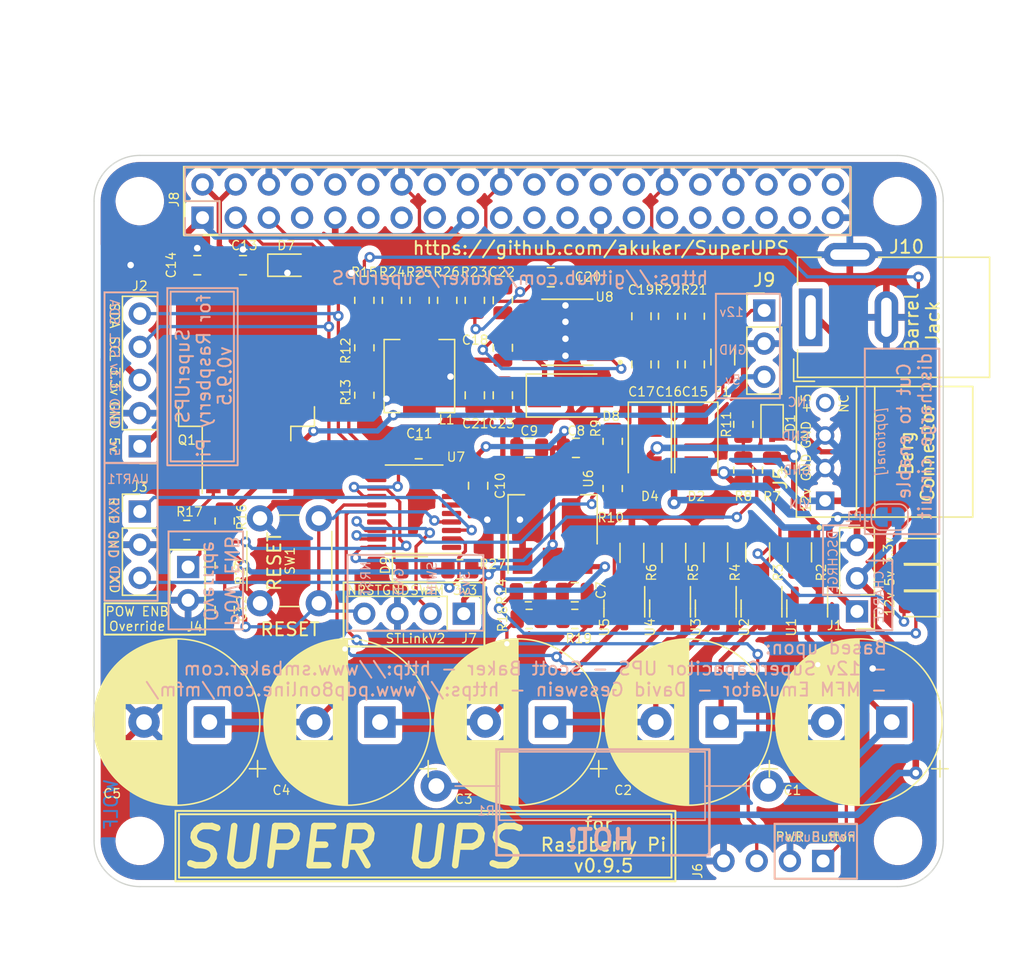
<source format=kicad_pcb>
(kicad_pcb (version 20211014) (generator pcbnew)
  (layers (0 "F.Cu" signal) (31 "B.Cu" signal) (34 "B.Paste" user) (35 "F.Paste" user) (36 "B.SilkS" user "B.Silkscreen") (37 "F.SilkS" user "F.Silkscreen") (38 "B.Mask" user) (39 "F.Mask" user) (44 "Edge.Cuts" user))
  (net 0 "")
  (net 1 "VIN")
  (net 2 "GND")
  (net 3 "POW_OUT")
  (net 4 "I2C_SCL")
  (net 5 "I2C_SDA")
  (net 6 "Net-(Q1-Pad1)")
  (net 7 "+5V")
  (net 8 "VIN_SENSE")
  (net 9 "POW_ENABLE")
  (net 10 "UPS_SENSE")
  (net 11 "Net-(C2-Pad2)")
  (net 12 "Net-(C1-Pad1)")
  (net 13 "Net-(C1-Pad2)")
  (net 14 "Net-(C3-Pad2)")
  (net 15 "Net-(C4-Pad2)")
  (net 16 "Power_Button")
  (net 17 "Spare_Button")
  (net 18 "RS232_RXD")
  (net 19 "RS232_TXD")
  (net 20 "SWIM")
  (net 21 "NRST")
  (net 22 "VOUT_SENSE")
  (net 23 "+3V3")
  (net 24 "DEBUG_LED")
  (net 25 "PI_3v3")
  (net 26 "Net-(C11-Pad1)")
  (net 27 "Net-(C18-Pad1)")
  (net 28 "Net-(C18-Pad2)")
  (net 29 "Net-(D2-Pad1)")
  (net 30 "Net-(D3-Pad2)")
  (net 31 "Net-(D5-Pad2)")
  (net 32 "Net-(D6-Pad2)")
  (net 33 "Net-(J1-Pad2)")
  (net 35 "+12V")
  (net 36 "Net-(R21-Pad2)")
  (net 37 "Net-(R24-Pad2)")
  (net 38 "Net-(R25-Pad2)")
  (net 43 "Net-(D9-Pad2)")
  (net 44 "Net-(C19-Pad1)")
  (net 45 "Net-(C20-Pad1)")
  (net 46 "Net-(C20-Pad2)")
  (footprint "Resistor_SMD:R_0805_2012Metric" (layer "F.Cu") (at 70.69 114.735 -90)
    (fp_text reference "R12")
    (fp_text value "10k")
  )
  (footprint "LED_SMD:LED_0805_2012Metric" (layer "F.Cu") (at 113.014095 130.302 180)
    (fp_text reference "D5" hide)
    (fp_text value "Green")
  )
  (footprint "Package_TO_SOT_SMD:TO-263-2" (layer "F.Cu") (at 61.67 117.8 90)
    (fp_text reference "Q1")
    (fp_text value "IRF5305")
  )
  (footprint "Diode_SMD:D_SOD-323" (layer "F.Cu") (at 101.9 120.6 -90)
    (fp_text reference "D1")
    (fp_text value "PTVSHC3D15VUH")
  )
  (footprint "Package_TO_SOT_SMD:SOT-23" (layer "F.Cu") (at 97.59 134.7 -90)
    (fp_text reference "U3")
    (fp_text value "KA431SMFTF")
  )
  (footprint "Resistor_SMD:R_1206_3216Metric" (layer "F.Cu") (at 104.01 130.4 90)
    (fp_text reference "R2")
    (fp_text value "1k")
  )
  (footprint "Capacitor_THT:CP_Radial_D12.5mm_P5.00mm" (layer "F.Cu") (at 84.940937 143.4 180)
    (fp_text reference "C3")
    (fp_text value "10F")
  )
  (footprint "Capacitor_SMD:C_0805_2012Metric" (layer "F.Cu") (at 91.9 112.32 90)
    (fp_text reference "C19")
    (fp_text value "10n")
  )
  (footprint "Capacitor_SMD:C_0805_2012Metric" (layer "F.Cu") (at 57.9 108.41 180)
    (fp_text reference "C14")
    (fp_text value "100n")
  )
  (footprint "Diode_SMD:D_SOD-323" (layer "F.Cu") (at 64.8 108.41)
    (fp_text reference "D7")
    (fp_text value "PTVSHC3D15VUH")
  )
  (footprint "raspberrypi_supercap_ups_lib:TE_171826-4" (layer "F.Cu") (at 110.51 122.7 90)
    (fp_text reference "J5")
    (fp_text value "171826-4")
  )
  (footprint "Capacitor_THT:CP_Radial_D12.5mm_P5.00mm" (layer "F.Cu") (at 111.057915 143.4 180)
    (fp_text reference "C1")
    (fp_text value "10F")
  )
  (footprint "MountingHole:MountingHole_2.7mm_M2.5" (layer "F.Cu") (at 53.5 103.5)
    (fp_text reference "H1" hide)
    (fp_text value "MountingHole" hide)
  )
  (footprint "Resistor_SMD:R_0805_2012Metric" (layer "F.Cu") (at 83.3 135.5 180)
    (fp_text reference "R18")
    (fp_text value "1k")
  )
  (footprint "MountingHole:MountingHole_2.7mm_M2.5" (layer "F.Cu") (at 111.5 103.5)
    (fp_text reference "H2" hide)
    (fp_text value "MountingHole" hide)
  )
  (footprint "raspberrypi_supercap_ups_lib:Sunltech_SLO0530H" (layer "F.Cu") (at 74.903 116.9 -90)
    (fp_text reference "L1")
    (fp_text value "6.8uH")
  )
  (footprint "Resistor_SMD:R_0805_2012Metric" (layer "F.Cu") (at 60 128 -90)
    (fp_text reference "R16")
    (fp_text value "10k")
  )
  (footprint "MountingHole:MountingHole_2.7mm_M2.5" (layer "F.Cu") (at 111.54 152.5)
    (fp_text reference "H4" hide)
    (fp_text value "MountingHole" hide)
  )
  (footprint "Capacitor_SMD:C_0805_2012Metric" (layer "F.Cu") (at 60 134.8 -90)
    (fp_text reference "C12")
    (fp_text value "1u")
  )
  (footprint "Button_Switch_THT:SW_PUSH_6mm_H4.3mm" (layer "F.Cu") (at 62.7 134.3 90)
    (fp_text reference "SW1")
    (fp_text value "Reset")
  )
  (footprint "Capacitor_SMD:C_0805_2012Metric" (layer "F.Cu") (at 84.96 109.33 180)
    (fp_text reference "C20")
    (fp_text value "4.7n")
  )
  (footprint "Resistor_SMD:R_0805_2012Metric" (layer "F.Cu") (at 83.24 133.456 180)
    (fp_text reference "R14")
    (fp_text value "1k")
  )
  (footprint "Connector_PinHeader_2.54mm:PinHeader_1x04_P2.54mm_Vertical" (layer "F.Cu") (at 105.805 154.04 -90)
    (fp_text reference "J6")
    (fp_text value "LEDs and Buttons")
  )
  (footprint "Capacitor_SMD:C_0805_2012Metric" (layer "F.Cu") (at 79.4 125.3 -90)
    (fp_text reference "C10")
    (fp_text value "10u")
  )
  (footprint "Capacitor_SMD:C_0805_2012Metric" (layer "F.Cu") (at 81.29 114.735 90)
    (fp_text reference "C18")
    (fp_text value "100n")
  )
  (footprint "Package_TO_SOT_SMD:SOT-23" (layer "F.Cu") (at 104.59 134.7 -90)
    (fp_text reference "U1")
    (fp_text value "KA431SMFTF")
  )
  (footprint "Resistor_SMD:R_0805_2012Metric" (layer "F.Cu") (at 60 131.4 90)
    (fp_text reference "R20")
    (fp_text value "10k")
  )
  (footprint "Connector_PinHeader_2.54mm:PinHeader_1x02_P2.54mm_Vertical" (layer "F.Cu") (at 57.2 131.525)
    (fp_text reference "J4")
    (fp_text value "Force Power On")
  )
  (footprint "Capacitor_THT:CP_Radial_D12.5mm_P5.00mm" (layer "F.Cu") (at 58.823959 143.4 180)
    (fp_text reference "C5")
    (fp_text value "10F")
  )
  (footprint "Resistor_SMD:R_1206_3216Metric" (layer "F.Cu") (at 91.17 130.44 90)
    (fp_text reference "R6")
    (fp_text value "1k")
  )
  (footprint "Resistor_SMD:R_0805_2012Metric" (layer "F.Cu") (at 93.94 112.32 90)
    (fp_text reference "R22")
    (fp_text value "68.1k")
  )
  (footprint "Diode_SMD:D_SMA" (layer "F.Cu") (at 92.544 122.3 -90)
    (fp_text reference "D4")
    (fp_text value "B340LA-13-F")
  )
  (footprint "Capacitor_SMD:C_0805_2012Metric" (layer "F.Cu") (at 86.886 122.4)
    (fp_text reference "C8")
    (fp_text value "10u")
  )
  (footprint "Resistor_SMD:R_0805_2012Metric" (layer "F.Cu") (at 70.69 118.37 -90)
    (fp_text reference "R13")
    (fp_text value "2.2k")
  )
  (footprint "Resistor_SMD:R_1206_3216Metric" (layer "F.Cu") (at 94.38 130.44 90)
    (fp_text reference "R5")
    (fp_text value "1k")
  )
  (footprint "MountingHole:MountingHole_2.7mm_M2.5" (layer "F.Cu") (at 53.5 152.5)
    (fp_text reference "H3" hide)
    (fp_text value "MountingHole" hide)
  )
  (footprint "Capacitor_SMD:C_0805_2012Metric" (layer "F.Cu") (at 91.9 116.01 -90)
    (fp_text reference "C17")
    (fp_text value "4.7n")
  )
  (footprint "Capacitor_SMD:C_0805_2012Metric" (layer "F.Cu") (at 95.98 116.01 -90)
    (fp_text reference "C15")
    (fp_text value "4.7u")
  )
  (footprint "Resistor_SMD:R_0805_2012Metric" (layer "F.Cu") (at 99.7 124.1 90)
    (fp_text reference "R8")
    (fp_text value "10k")
  )
  (footprint "LED_SMD:LED_0805_2012Metric" (layer "F.Cu") (at 113.03 132.334 180)
    (fp_text reference "D6" hide)
    (fp_text value "Green")
  )
  (footprint "Resistor_SMD:R_0805_2012Metric" (layer "F.Cu") (at 72.804 111.1 90)
    (fp_text reference "R24")
    (fp_text value "0")
  )
  (footprint "Capacitor_THT:CP_Radial_D12.5mm_P5.00mm" (layer "F.Cu") (at 71.882448 143.4 180)
    (fp_text reference "C4")
    (fp_text value "10F")
  )
  (footprint "Capacitor_SMD:C_0805_2012Metric" (layer "F.Cu") (at 81.29 118.37 90)
    (fp_text reference "C23")
    (fp_text value "33u")
  )
  (footprint "Connector_PinHeader_2.54mm:PinHeader_1x03_P2.54mm_Vertical" (layer "F.Cu") (at 53.501 127.275)
    (fp_text reference "J3")
    (fp_text value "Conn_01x03")
  )
  (footprint "Resistor_SMD:R_0805_2012Metric" (layer "F.Cu") (at 70.69 111.1 90)
    (fp_text reference "R15")
    (fp_text value "1k")
  )
  (footprint "Capacitor_SMD:C_0805_2012Metric" (layer "F.Cu") (at 83.31 122.4 180)
    (fp_text reference "C9")
    (fp_text value "100n")
  )
  (footprint "Package_SO:TSSOP-20_4.4x6.5mm_P0.65mm" (layer "F.Cu") (at 74.5 127.1 180)
    (fp_text reference "U7")
    (fp_text value "STM8S003F3P")
  )
  (footprint "Resistor_SMD:R_0805_2012Metric" (layer "F.Cu") (at 78 131.7 180)
    (fp_text reference "R27")
    (fp_text value "1k")
  )
  (footprint "Resistor_SMD:R_1206_3216Metric" (layer "F.Cu") (at 100.8 130.4 90)
    (fp_text reference "R3")
    (fp_text value "1k")
  )
  (footprint "Diode_SMD:D_SMA" (layer "F.Cu") (at 86.485 118.39)
    (fp_text reference "D8")
    (fp_text value "B340A")
  )
  (footprint "Capacitor_SMD:C_0805_2012Metric" (layer "F.Cu") (at 79.146 118.37 90)
    (fp_text reference "C21")
    (fp_text value "33u")
  )
  (footprint "LED_SMD:LED_0805_2012Metric" (layer "F.Cu") (at 74.52 131.7)
    (fp_text reference "D9")
    (fp_text value "Green")
  )
  (footprint "Resistor_SMD:R_0805_2012Metric" (layer "F.Cu") (at 57.1 128.7 180)
    (fp_text reference "R17")
    (fp_text value "1k")
  )
  (footprint "raspberrypi_supercap_ups_lib:SOIC127P599X175-8N" (layer "F.Cu") (at 86.23 113.5425 180)
    (fp_text reference "U8")
    (fp_text value "TPS54331DR")
  )
  (footprint "Package_TO_SOT_SMD:SOT-23" (layer "F.Cu") (at 90.59 134.7 -90)
    (fp_text reference "U5")
    (fp_text value "KA431SMFTF")
  )
  (footprint "Resistor_SMD:R_0805_2012Metric" (layer "F.Cu") (at 89.7 121.9 -90)
    (fp_text reference "R9")
    (fp_text value "10k")
  )
  (footprint "Resistor_SMD:R_0805_2012Metric" (layer "F.Cu") (at 74.918 111.1 -90)
    (fp_text reference "R25")
    (fp_text value "10.2k")
  )
  (footprint "Resistor_SMD:R_0805_2012Metric" (layer "F.Cu") (at 79.146 111.1 90)
    (fp_text reference "R23")
    (fp_text value "49.9k")
  )
  (footprint "Capacitor_SMD:C_0805_2012Metric" (layer "F.Cu") (at 74.85 122.5 180)
    (fp_text reference "C11")
    (fp_text value "1u")
  )
  (footprint "Resistor_SMD:R_0805_2012Metric" (layer "F.Cu") (at 95.98 112.32 90)
    (fp_text reference "R21")
    (fp_text value "332k")
  )
  (footprint "Capacitor_SMD:C_0805_2012Metric" (layer "F.Cu") (at 81.29 111.1 90)
    (fp_text reference "C22")
    (fp_text value "39p")
  )
  (footprint "Package_TO_SOT_SMD:SOT-23" (layer "F.Cu") (at 101.09 134.7 -90)
    (fp_text reference "U2")
    (fp_text value "KA431SMFTF")
  )
  (footprint "Resistor_SMD:R_0805_2012Metric" (layer "F.Cu") (at 89.7 125.5125 -90)
    (fp_text reference "R10")
    (fp_text value "2.2k")
  )
  (footprint "Resistor_SMD:R_0805_2012Metric" (layer "F.Cu") (at 86.8 135.5)
    (fp_text reference "R19")
    (fp_text value "1k")
  )
  (footprint "Resistor_SMD:R_1206_3216Metric" (layer "F.Cu") (at 97.59 130.4 90)
    (fp_text reference "R4")
    (fp_text value "1k")
  )
  (footprint "Resistor_SMD:R_0805_2012Metric" (layer "F.Cu") (at 101.9 124.1 -90)
    (fp_text reference "R7")
    (fp_text value "1k")
  )
  (footprint "Package_TO_SOT_SMD:SOT-23" (layer "F.Cu") (at 94.09 134.7 -90)
    (fp_text reference "U4")
    (fp_text value "KA431SMFTF")
  )
  (footprint "LED_SMD:LED_0805_2012Metric" (layer "F.Cu") (at 113.03 134.366 180)
    (fp_text reference "D3" hide)
    (fp_text value "Green")
  )
  (footprint "Package_TO_SOT_SMD:SOT-223-3_TabPin2" (layer "F.Cu") (at 85.1 127.9 90)
    (fp_text reference "U6")
    (fp_text value "AMS1117-3.3")
  )
  (footprint "Connector_PinHeader_2.54mm:PinHeader_1x05_P2.54mm_Vertical" (layer "F.Cu") (at 53.501 122.28 180)
    (fp_text reference "J2")
    (fp_text value "Conn_01x05")
  )
  (footprint "Resistor_SMD:R_0805_2012Metric" (layer "F.Cu") (at 99.7 120.6 -90)
    (fp_text reference "R11")
    (fp_text value "2.2k")
  )
  (footprint "Connector_BarrelJack:BarrelJack_Wuerth_6941xx301002" (layer "F.Cu") (at 104.85 112.4 90)
    (fp_text reference "J10")
    (fp_text value "Barrel_Jack")
  )
  (footprint "Capacitor_SMD:C_0805_2012Metric" (layer "F.Cu") (at 93.94 116.01 -90)
    (fp_text reference "C16")
    (fp_text value "4.7u")
  )
  (footprint "Connector_PinHeader_2.54mm:PinHeader_1x03_P2.54mm_Vertical" (layer "F.Cu") (at 101.3 111.875)
    (fp_text reference "J9")
    (fp_text value "Test Points")
  )
  (footprint "Fuse:Fuse_1206_3216Metric" (layer "F.Cu") (at 98.13 115.4425 90)
    (fp_text reference "F1")
    (fp_text value "Fuse_Small")
  )
  (footprint "Connector_PinHeader_2.54mm:PinHeader_1x04_P2.54mm_Vertical" (layer "F.Cu") (at 78.3 135.1 -90)
    (fp_text reference "J7")
    (fp_text value "STLinkV2 Connector")
  )
  (footprint "Capacitor_SMD:C_0805_2012Metric" (layer "F.Cu") (at 61.4 108.41)
    (fp_text reference "C13")
    (fp_text value "10u")
  )
  (footprint "Capacitor_SMD:C_0805_2012Metric" (layer "F.Cu") (at 86.796 133.456)
    (fp_text reference "C7")
    (fp_text value "10u")
  )
  (footprint "Connector_PinHeader_2.54mm:PinHeader_1x03_P2.54mm_Vertical" (layer "F.Cu") (at 108.4 134.925 180)
    (fp_text reference "J1")
    (fp_text value "Conn_01x03")
  )
  (footprint "Diode_SMD:D_SMA" (layer "F.Cu") (at 96.1 122.3 -90)
    (fp_text reference "D2")
    (fp_text value "B340LA-13-F")
  )
  (footprint "Capacitor_THT:CP_Radial_D12.5mm_P5.00mm" (layer "F.Cu") (at 97.999426 143.4 180)
    (fp_text reference "C2")
    (fp_text value "10F")
  )
  (footprint "Resistor_SMD:R_0805_2012Metric" (layer "F.Cu") (at 77.032 111.1 90)
    (fp_text reference "R26")
    (fp_text value "2k")
  )
  (footprint "Jumper:SolderJumper-2_P1.3mm_Bridged_RoundedPad1.0x1.5mm" (layer "B.Cu") (at 110.9 127.7 180)
    (fp_text reference "JP1")
    (fp_text value "Charge Enb")
  )
  (footprint "Connector_PinSocket_2.54mm:PinSocket_2x20_P2.54mm_Vertical" (layer "B.Cu") (at 58.3 104.77 -90)
    (fp_text reference "J8")
    (fp_text value "Raspberry_Pi_2_3")
  )
  (footprint "Resistor_THT:R_Axial_DIN0516_L15.5mm_D5.0mm_P25.40mm_Horizontal" (layer "B.Cu") (at 76.2 148.3)
    (fp_text reference "R1")
    (fp_text value "10 3W")
  )
  (gr_line (start 105.8 128.333) (end 105.8 133.667) (layer "B.SilkS") (width 0.15))
  (gr_rect (start 69.4 130.6) (end 79.8 136.4) (layer "B.SilkS") (width 0.15) (fill none))
  (gr_line (start 109.198 131.033) (end 111.1 131.033) (layer "B.SilkS") (width 0.15))
  (gr_line (start 111.1 136.367) (end 108.306 136.367) (layer "B.SilkS") (width 0.15))
  (gr_line (start 105.8 133.667) (end 108.594 133.667) (layer "B.SilkS") (width 0.15))
  (gr_rect (start 114.7 114.8) (end 109 129) (layer "B.SilkS") (width 0.15) (fill none))
  (gr_line (start 108.594 128.333) (end 105.8 128.333) (layer "B.SilkS") (width 0.15))
  (gr_line (start 111.1 131.033) (end 111.1 136.367) (layer "B.SilkS") (width 0.15))
  (gr_rect (start 60.706 123.434) (end 55.86 110.434) (layer "B.SilkS") (width 0.15) (fill none))
  (gr_rect (start 80.8 145.5) (end 97.1 153.6) (layer "B.SilkS") (width 0.2) (fill none))
  (gr_rect (start 97.6 110.6) (end 102.5 118.6) (layer "B.SilkS") (width 0.15) (fill none))
  (gr_rect (start 54.864 123.556) (end 50.8 134.112) (layer "B.SilkS") (width 0.15) (fill none))
  (gr_rect (start 55.7 128.8) (end 61.4 136.3) (layer "B.SilkS") (width 0.15) (fill none))
  (gr_rect (start 60.994 123.734) (end 55.606 110.166) (layer "B.SilkS") (width 0.15) (fill none))
  (gr_rect (start 50.8 110.49) (end 54.864 123.556) (layer "B.SilkS") (width 0.15) (fill none))
  (gr_rect (start 102.1 151.2) (end 108.4 155.4) (layer "B.SilkS") (width 0.15) (fill none))
  (gr_line (start 55.77 134.3) (end 50.8 134.3) (layer "F.SilkS") (width 0.15))
  (gr_rect (start 69.1 132.7) (end 79.879937 137.607) (layer "F.SilkS") (width 0.15) (fill none))
  (gr_line (start 59.6 106.1) (end 59.6 103.5) (layer "F.SilkS") (width 0.15))
  (gr_line (start 58.5 130.2) (end 55.77 130.195) (layer "F.SilkS") (width 0.15))
  (gr_rect (start 56.5 150.46) (end 94.2 155.306) (layer "F.SilkS") (width 0.15) (fill none))
  (gr_rect (start 107.9 100.9) (end 56.9 106.1) (layer "F.SilkS") (width 0.2) (fill none))
  (gr_line (start 50.8 134.3) (end 50.8 136.7) (layer "F.SilkS") (width 0.15))
  (gr_rect (start 56.232 150.206) (end 94.5 155.594) (layer "F.SilkS") (width 0.15) (fill none))
  (gr_line (start 50.8 136.7) (end 58.5 136.7) (layer "F.SilkS") (width 0.15))
  (gr_line (start 56.9 103.5) (end 59.6 103.5) (layer "F.SilkS") (width 0.15))
  (gr_line (start 55.77 130.195) (end 55.77 134.3) (layer "F.SilkS") (width 0.15))
  (gr_rect (start 102.1 155.4) (end 108.4 151.2) (layer "F.SilkS") (width 0.15) (fill none))
  (gr_line (start 58.5 136.7) (end 58.5 130.2) (layer "F.SilkS") (width 0.15))
  (gr_line locked (start 115 103.5) (end 115 152.5) (layer "Edge.Cuts") (width 0.1))
  (gr_line locked (start 53.5 100) (end 111.5 100) (layer "Edge.Cuts") (width 0.1))
  (gr_arc locked (start 50 103.5) (mid 51.025126 101.025126) (end 53.5 100) (layer "Edge.Cuts") (width 0.1))
  (gr_line locked (start 111.5 156) (end 53.5 156) (layer "Edge.Cuts") (width 0.1))
  (gr_arc locked (start 115 152.5) (mid 113.974874 154.974874) (end 111.5 156) (layer "Edge.Cuts") (width 0.1))
  (gr_arc locked (start 111.5 100) (mid 113.974874 101.025126) (end 115 103.5) (layer "Edge.Cuts") (width 0.1))
  (gr_arc locked (start 53.5 156) (mid 51.025126 154.974874) (end 50 152.5) (layer "Edge.Cuts") (width 0.1))
  (gr_line locked (start 50 152.5) (end 50 103.5) (layer "Edge.Cuts") (width 0.1))
  (gr_text "BAD WOLF" (at 51.3 147.9 90) (layer "B.Cu") (effects (font (size 1 1)) (justify mirror)))
  (gr_text "NRST" (at 70.8 132.4 90) (layer "B.SilkS") (effects (font (size 0.7 0.7) (thickness 0.1)) (justify mirror)))
  (gr_text "12v" (at 98.8 112) (layer "B.SilkS") (effects (font (size 0.7 0.7) (thickness 0.1)) (justify mirror)))
  (gr_text "HOT!" (at 88.8 152.4) (layer "B.SilkS") (effects (font (size 1.5 1.5) (thickness 0.3)) (justify mirror)))
  (gr_text "GND" (at 73.333333 132.65 90) (layer "B.SilkS") (effects (font (size 0.7 0.7) (thickness 0.1)) (justify mirror)))
  (gr_text "5v" (at 51.562 122.428 270) (layer "B.SilkS") (effects (font (size 0.7 0.7) (thickness 0.1)) (justify mirror)))
  (gr_text "CHARGE" (at 110.084 133.827 90) (layer "B.SilkS") (effects (font (size 0.7 0.7) (thickness 0.1)) (justify mirror)))
  (gr_text "GND" (at 51.562 119.634 270) (layer "B.SilkS") (effects (font (size 0.7 0.7) (thickness 0.1)) (justify mirror)))
  (gr_text "NC\n" (at 103.8 118.9) (layer "B.SilkS") (effects (font (size 0.7 0.7) (thickness 0.1)) (justify mirror)))
  (gr_text "GND" (at 51.5 129.8 90) (layer "B.SilkS") (effects (font (size 0.7 0.7) (thickness 0.1)) (justify mirror)))
  (gr_text "3v3" (at 78.4 132.783333 90) (layer "B.SilkS") (effects (font (size 0.7 0.7) (thickness 0.1)) (justify mirror)))
  (gr_text "POW ENB\nOverride" (at 59.7 132.6 -90) (layer "B.SilkS") (effects (font (size 1 1)) (justify mirror)))
  (gr_text "GND" (at 103.7 121.5) (layer "B.SilkS") (effects (font (size 0.7 0.7) (thickness 0.1)) (justify mirror)))
  (gr_text "SuperUPS\nfor Raspberry Pi\nv0.9.5" (at 58.4 116.9 90) (layer "B.SilkS") (effects (font (size 1 1)) (justify mirror)))
  (gr_text "GND" (at 98.9 114.9) (layer "B.SilkS") (effects (font (size 0.7 0.7) (thickness 0.1)) (justify mirror)))
  (gr_text "\nBased upon:\n- 12v SuperCapacitor UPS - Scott Baker - http://www.smbaker.com\n- MFM Emulator - David Gesswein - https://www.pdp8online.com/mfm/" (at 110.8 138.5) (layer "B.SilkS") (effects (font (size 1 1)) (justify left mirror)))
  (gr_text "PWR Button" (at 108.4 152.2) (layer "B.SilkS") (effects (font (size 0.7 0.7) (thickness 0.1)) (justify left mirror)))
  (gr_text "Cut to enable \ndischarge circuit" (at 112.8 121.5 90) (layer "B.SilkS") (effects (font (size 1 1)) (justify mirror)))
  (gr_text "SDA" (at 51.562 112.014 270) (layer "B.SilkS") (effects (font (size 0.7 0.7) (thickness 0.1)) (justify mirror)))
  (gr_text "[Optional]" (at 110.2 121.9 90) (layer "B.SilkS") (effects (font (size 0.7 0.7) (thickness 0.1) italic) (justify mirror)))
  (gr_text "RXD" (at 51.5 127.2 270) (layer "B.SilkS") (effects (font (size 0.7 0.7) (thickness 0.1)) (justify mirror)))
  (gr_text "DSCHRGE" (at 106.562 131.127 90) (layer "B.SilkS") (effects (font (size 0.7 0.7) (thickness 0.1)) (justify mirror)))
  (gr_text "TXD" (at 51.562 132.334 270) (layer "B.SilkS") (effects (font (size 0.7 0.7) (thickness 0.1)) (justify mirror)))
  (gr_text "SWIM" (at 75.866666 132.416666 90) (layer "B.SilkS") (effects (font (size 0.7 0.7) (thickness 0.1)) (justify mirror)))
  (gr_text "SCL" (at 51.562 114.554 270) (layer "B.SilkS") (effects (font (size 0.7 0.7) (thickness 0.1)) (justify mirror)))
  (gr_text "VIN" (at 104 126.7) (layer "B.SilkS") (effects (font (size 0.7 0.7) (thickness 0.1)) (justify mirror)))
  (gr_text "UART1" (at 52.6 124.8) (layer "B.SilkS") (effects (font (size 0.7 0.7) (thickness 0.1)) (justify mirror)))
  (gr_text "5v" (at 98.9 117.2) (layer "B.SilkS") (effects (font (size 0.7 0.7) (thickness 0.1)) (justify mirror)))
  (gr_text "https://github.com/akuker/SuperUPS" (at 82.6 109.4) (layer "B.SilkS") (effects (font (size 1 1)) (justify mirror)))
  (gr_text "GND" (at 103.8 124.1) (layer "B.SilkS") (effects (font (size 0.7 0.7) (thickness 0.1)) (justify mirror)))
  (gr_text "3.3v" (at 51.6 117 270) (layer "B.SilkS") (effects (font (size 0.7 0.7) (thickness 0.1)) (justify mirror)))
  (gr_text "NC" (at 107.4 119 90) (layer "F.SilkS") (effects (font (size 0.7 0.7) (thickness 0.1))))
  (gr_text "Barrel\nJack" (at 113.4 112.8 90) (layer "F.SilkS") (effects (font (size 1 1))))
  (gr_text "for \nRaspberry Pi\nv0.9.5" (at 89 152.8) (layer "F.SilkS") (effects (font (size 1 1))))
  (gr_text "SCL" (at 51.562 114.808 270) (layer "F.SilkS") (effects (font (size 0.7 0.7) (thickness 0.1))))
  (gr_text "SUPER UPS" (at 69.8 153) (layer "F.SilkS") (effects (font (size 3 3) (thickness 0.5) italic)))
  (gr_text "GND" (at 51.562 119.888 270) (layer "F.SilkS") (effects (font (size 0.7 0.7) (thickness 0.1))))
  (gr_text "RESET" (at 63.8 131.1 90) (layer "F.SilkS") (effects (font (size 1 1))))
  (gr_text "5v" (at 110.9 132.4 90) (layer "F.SilkS") (effects (font (size 0.7 0.7) (thickness 0.1))))
  (gr_text "https://github.com/akuker/SuperUPS" (at 88.8 107.1) (layer "F.SilkS") (effects (font (size 1 1))))
  (gr_text "STLinkV2" (at 74.6 137) (layer "F.SilkS") (effects (font (size 0.7 0.7) (thickness 0.1))))
  (gr_text "RXD" (at 51.5 127.2 270) (layer "F.SilkS") (effects (font (size 0.7 0.7) (thickness 0.1))))
  (gr_text "3.3v" (at 110.8 130.3 90) (layer "F.SilkS") (effects (font (size 0.7 0.7) (thickness 0.1))))
  (gr_text "SDA" (at 51.562 112.268 270) (layer "F.SilkS") (effects (font (size 0.7 0.7) (thickness 0.1))))
  (gr_text "3v3" (at 78.4 133.3) (layer "F.SilkS") (effects (font (size 0.7 0.7) (thickness 0.1))))
  (gr_text "SWIM" (at 75.5 133.3) (layer "F.SilkS") (effects (font (size 0.7 0.7) (thickness 0.1))))
  (gr_text "GND" (at 73.1 133.3) (layer "F.SilkS") (effects (font (size 0.7 0.7) (thickness 0.1))))
  (gr_text "3.3v" (at 51.6 117.3 270) (layer "F.SilkS") (effects (font (size 0.7 0.7) (thickness 0.1))))
  (gr_text "TXD" (at 51.562 132.588 270) (layer "F.SilkS") (effects (font (size 0.7 0.7) (thickness 0.1))))
  (gr_text "12v" (at 110.9 134.366 90) (layer "F.SilkS") (effects (font (size 0.7 0.7) (thickness 0.1))))
  (gr_text "Berg\nConnector" (at 113 122.8 90) (layer "F.SilkS") (effects (font (size 1 1))))
  (gr_text "5v" (at 51.562 122.174 270) (layer "F.SilkS") (effects (font (size 0.7 0.7) (thickness 0.1))))
  (gr_text "NRST" (at 70.7 133.3) (layer "F.SilkS") (effects (font (size 0.7 0.7) (thickness 0.1))))
  (gr_text "PWR Button" (at 102.1 152.2) (layer "F.SilkS") (effects (font (size 0.7 0.7) (thickness 0.1)) (justify left)))
  (gr_text "RESET" (at 65 136.3) (layer "F.SilkS") (effects (font (size 1 1))))
  (gr_text "GND" (at 51.48368 129.776936 -90) (layer "F.SilkS") (effects (font (size 0.7 0.7) (thickness 0.1))))
  (gr_text "POW ENB\nOverride" (at 53.3 135.5) (layer "F.SilkS") (effects (font (size 0.7 0.7) (thickness 0.1))))
  (segment (start 99.7 125.0125) (end 98.9125 125.0125) (width 0.5) (layer "F.Cu") (net 1))
  (segment (start 101.9 121.65) (end 104.599399 121.65) (width 0.4) (layer "F.Cu") (net 1))
  (segment (start 108.05 126.45) (end 105.96 126.45) (width 0.5) (layer "F.Cu") (net 1))
  (segment (start 104.85 112.4) (end 105.3 112.4) (width 0.5) (layer "F.Cu") (net 1))
  (segment (start 109.1 122.7) (end 109.1 125.4) (width 0.5) (layer "F.Cu") (net 1))
  (segment (start 105.649399 122.7) (end 109.1 122.7) (width 0.4) (layer "F.Cu") (net 1))
  (segment (start 104.599399 121.65) (end 105.649399 122.7) (width 0.4) (layer "F.Cu") (net 1))
  (segment (start 105.3 112.4) (end 109.1 116.2) (width 0.5) (layer "F.Cu") (net 1))
  (segment (start 109.1 125.4) (end 108.05 126.45) (width 0.5) (layer "F.Cu") (net 1))
  (segment (start 98.9125 125.0125) (end 98.2 124.3) (width 0.5) (layer "F.Cu") (net 1))
  (segment (start 109.1 116.2) (end 109.1 122.7) (width 0.5) (layer "F.Cu") (net 1))
  (segment (start 98.2 124.3) (end 96.1 124.3) (width 0.5) (layer "F.Cu") (net 1))
  (via (at 98.2 124.3) (size 1) (drill 0.6) (layers "F.Cu" "B.Cu") (net 1))
  (segment (start 105.96 126.45) (end 103.95 126.45) (width 0.5) (layer "B.Cu") (net 1))
  (segment (start 103.95 126.45) (end 101.8 124.3) (width 0.5) (layer "B.Cu") (net 1))
  (segment (start 101.8 124.3) (end 98.2 124.3) (width 0.5) (layer "B.Cu") (net 1))
  (segment (start 57.9 107.1) (end 57.9 107.46) (width 0.25) (layer "F.Cu") (net 2))
  (segment (start 71.745 119.2825) (end 72.385 118.6425) (width 0.4) (layer "F.Cu") (net 2))
  (segment (start 92.685489 103.404511) (end 92.685489 106.799511) (width 0.25) (layer "F.Cu") (net 2))
  (segment (start 92.685489 106.799511) (end 88.9425 110.5425) (width 0.25) (layer "F.Cu") (net 2))
  (segment (start 86.082701 111.544799) (end 86.082701 112.744799) (width 0.4) (layer "F.Cu") (net 2))
  (segment (start 74.905489 103.595489) (end 74.905489 106.605489) (width 0.25) (layer "F.Cu") (net 2))
  (segment (start 79.146 117.42) (end 77.7625 117.42) (width 0.4) (layer "F.Cu") (net 2))
  (segment (start 62.35 108.41) (end 62.35 108.15) (width 0.25) (layer "F.Cu") (net 2))
  (segment (start 86.082701 114.044799) (end 86.082701 115.344799) (width 0.4) (layer "F.Cu") (net 2))
  (segment (start 77.3625 126.125) (end 79.275 126.125) (width 0.25) (layer "F.Cu") (net 2))
  (segment (start 87.836 122.4) (end 87.836 125.563022) (width 0.25) (layer "F.Cu") (net 2))
  (segment (start 79.985489 103.404511) (end 79.985489 107.485489) (width 0.25) (layer "F.Cu") (net 2))
  (segment (start 84.732701 114.594799) (end 86.082701 115.944799) (width 0.4) (layer "F.Cu") (net 2))
  (segment (start 90.47 118.39) (end 91.9 116.96) (width 0.4) (layer "F.Cu") (net 2))
  (segment (start 88.9425 110.5425) (end 87.085 110.5425) (width 0.4) (layer "F.Cu") (net 2))
  (segment (start 87.836 125.563022) (end 87.1 126.299022) (width 0.25) (layer "F.Cu") (net 2))
  (segment (start 70.69 119.2825) (end 71.745 119.2825) (width 0.4) (layer "F.Cu") (net 2))
  (segment (start 93.86 102.23) (end 92.685489 103.404511) (width 0.25) (layer "F.Cu") (net 2))
  (segment (start 88.3375 118.39) (end 86.685 120.0425) (width 0.4) (layer "F.Cu") (net 2))
  (segment (start 89.824511 130.322989) (end 91.17 128.9775) (width 0.25) (layer "F.Cu") (net 2))
  (segment (start 87.746 133.456) (end 89.3335 133.456) (width 0.25) (layer "F.Cu") (net 2))
  (segment (start 77.1 108.8) (end 77.1 110.1195) (width 0.25) (layer "F.Cu") (net 2))
  (segment (start 87.1775 128.9775) (end 91.17 128.9775) (width 0.25) (layer "F.Cu") (net 2))
  (segment (start 79.146 117.42) (end 81.29 117.42) (width 0.4) (layer "F.Cu") (net 2))
  (segment (start 89.64 133.7625) (end 89.824511 133.577989) (width 0.25) (layer "F.Cu") (net 2))
  (segment (start 77.1 110.1195) (end 77.032 110.1875) (width 0.25) (layer "F.Cu") (net 2))
  (segment (start 81.2525 110.1875) (end 81.29 110.15) (width 0.4) (layer "F.Cu") (net 2))
  (segment (start 91.9 116.96) (end 95.98 116.96) (width 0.4) (layer "F.Cu") (net 2))
  (segment (start 86.082701 115.344799) (end 86.082701 115.944799) (width 0.4) (layer "F.Cu") (net 2))
  (segment (start 84.315403 114.1775) (end 84.732701 114.594799) (width 0.4) (layer "F.Cu") (net 2))
  (segment (start 79.275 126.125) (end 79.4 126.25) (width 0.25) (layer "F.Cu") (net 2))
  (segment (start 87.1 126.299022) (end 87.1 128.9) (width 0.25) (layer "F.Cu") (net 2))
  (segment (start 86.082701 115.944799) (end 88.485 118.347097) (width 0.4) (layer "F.Cu") (net 2))
  (segment (start 87.085 110.5425) (end 86.135 111.4925) (width 0.4) (layer "F.Cu") (net 2))
  (segment (start 88.485 118.39) (end 90.47 118.39) (width 0.4) (layer "F.Cu") (net 2))
  (segment (start 89.3335 133.456) (end 89.64 133.7625) (width 0.25) (layer "F.Cu") (net 2))
  (segment (start 91.46798 110.92548) (end 91.085 110.5425) (width 0.4) (layer "F.Cu") (net 2))
  (segment (start 77.032 110.1875) (end 81.2525 110.1875) (width 0.4) (layer "F.Cu") (net 2))
  (segment (start 82.41452 119.47202) (end 82.41452 118.54452) (width 0.4) (layer "F.Cu") (net 2))
  (segment (start 87.1 128.9) (end 87.1775 128.9775) (width 0.25) (layer "F.Cu") (net 2))
  (segment (start 81.16 102.23) (end 79.985489 103.404511) (width 0.25) (layer "F.Cu") (net 2))
  (segment (start 82.41452 118.54452) (end 81.29 117.42) (width 0.4) (layer "F.Cu") (net 2))
  (segment (start 79.985489 107.485489) (end 81.29 108.79) (width 0.25) (layer "F.Cu") (net 2))
  (segment (start 86.685 120.0425) (end 82.985 120.0425) (width 0.4) (layer "F.Cu") (net 2))
  (segment (start 91.9375 111.4075) (end 91.9 111.37) (width 0.4) (layer "F.Cu") (net 2))
  (segment (start 62.35 108.15) (end 61.4 107.2) (width 0.25) (layer "F.Cu") (net 2))
  (segment (start 77.7625 117.42) (end 77.285 116.9425) (width 0.4) (layer "F.Cu") (net 2))
  (segment (start 74.905489 106.605489) (end 77.1 108.8) (width 0.25) (layer "F.Cu") (net 2))
  (segment (start 83.76 114.1775) (end 84.315403 114.1775) (width 0.4) (layer "F.Cu") (net 2))
  (segment (start 73.54 102.23) (end 74.905489 103.595489) (width 0.25) (layer "F.Cu") (net 2))
  (segment (start 91.46798 110.93798) (end 91.46798 110.92548) (width 0.4) (layer "F.Cu") (net 2))
  (segment (start 87.836 122.4) (end 87.836 121.1935) (width 0.25) (layer "F.Cu") (net 2))
  (segment (start 81.29 108.79) (end 81.29 110.15) (width 0.25) (layer "F.Cu") (net 2))
  (segment (start 89.824511 133.577989) (end 89.824511 130.322989) (width 0.25) (layer "F.Cu") (net 2))
  (segment (start 82.985 120.0425) (end 82.41452 119.47202) (width 0.4) (layer "F.Cu") (net 2))
  (segment (start 93.94 111.4075) (end 91.9375 111.4075) (width 0.4) (layer "F.Cu") (net 2))
  (segment (start 88.485 118.347097) (end 88.485 118.39) (width 0.4) (layer "F.Cu") (net 2))
  (segment (start 86.135 111.4925) (end 86.082701 111.544799) (width 0.4) (layer "F.Cu") (net 2))
  (segment (start 86.082701 112.744799) (end 86.082701 114.044799) (width 0.4) (layer "F.Cu") (net 2))
  (segment (start 87.836 121.1935) (end 86.685 120.0425) (width 0.25) (layer "F.Cu") (net 2))
  (segment (start 88.485 118.39) (end 88.3375 118.39) (width 0.4) (layer "F.Cu") (net 2))
  (segment (start 57.9 107.46) (end 56.95 108.41) (width 0.25) (layer "F.Cu") (net 2))
  (segment (start 91.9 111.37) (end 91.46798 110.93798) (width 0.4) (layer "F.Cu") (net 2))
  (segment (start 91.085 110.5425) (end 88.9425 110.5425) (width 0.4) (layer "F.Cu") (net 2))
  (via (at 72.385 118.6425) (size 1) (drill 0.5) (layers "F.Cu" "B.Cu") (net 2))
  (via (at 86.082701 114.044799) (size 1) (drill 0.5) (layers "F.Cu" "B.Cu") (net 2))
  (via (at 86.082701 112.744799) (size 1) (drill 0.5) (layers "F.Cu" "B.Cu") (net 2))
  (via (at 61.4 107.2) (size 1) (drill 0.5) (layers "F.Cu" "B.Cu") (net 2))
  (via (at 86.082701 111.4925) (size 1) (drill 0.5) (layers "F.Cu" "B.Cu") (net 2))
  (via (at 57.9 107.1) (size 1) (drill 0.5) (layers "F.Cu" "B.Cu") (net 2))
  (via (at 82.6 127.9) (size 1) (drill 0.5) (layers "F.Cu" "B.Cu") (net 2))
  (via (at 64.8 109) (size 1) (drill 0.5) (layers "F.Cu" "B.Cu") (net 2))
  (via (at 109.6 139.3) (size 1) (drill 0.5) (layers "F.Cu" "B.Cu") (net 2))
  (via (at 69.7 109) (size 1) (drill 0.5) (layers "F.Cu" "B.Cu") (net 2))
  (via (at 86.082701 115.344799) (size 1) (drill 0.5) (layers "F.Cu" "B.Cu") (net 2))
  (via (at 77.285 116.9425) (size 1) (drill 0.5) (layers "F.Cu" "B.Cu") (net 2))
  (via (at 52.8 108.4) (size 1) (drill 0.5) (layers "F.Cu" "B.Cu") (net 2))
  (via (at 80.1 127.9) (size 1) (drill 0.5) (layers "F.Cu" "B.Cu") (net 2))
  (segment (start 59.590489 106.790489) (end 59.590489 103.479511) (width 0.4) (layer "F.Cu") (net 3))
  (segment (start 60.45 109.82) (end 60.45 107.78) (width 0.4) (layer "F.Cu") (net 3))
  (segment (start 53.501 122.28) (end 53.815 122.28) (width 0.4) (layer "F.Cu") (net 3))
  (segment (start 60.45 107.78) (end 59.590489 106.920489) (width 0.4) (layer "F.Cu") (net 3))
  (segment (start 58.85 108.41) (end 60.45 108.41) (width 0.4) (layer "F.Cu") (net 3))
  (segment (start 59.590489 106.920489) (end 59.590489 106.790489) (width 0.4) (layer "F.Cu") (net 3))
  (segment (start 65.85 108.41) (end 65.85 110.245) (width 0.4) (layer "F.Cu") (net 3))
  (segment (start 65.85 110.245) (end 61.67 114.425) (width 0.4) (layer "F.Cu") (net 3))
  (segment (start 59.590489 103.479511) (end 60.84 102.23) (width 0.4) (layer "F.Cu") (net 3))
  (segment (start 58.3 102.23) (end 59.590489 103.520489) (width 0.4) (layer "F.Cu") (net 3))
  (segment (start 59.590489 103.520489) (end 59.590489 106.790489) (width 0.4) (layer "F.Cu") (net 3))
  (segment (start 53.815 122.28) (end 61.67 114.425) (width 0.4) (layer "F.Cu") (net 3))
  (segment (start 60.84 104.77) (end 60.877493 104.77) (width 0.25) (layer "F.Cu") (net 4))
  (segment (start 71.6375 124.825) (end 70.949639 124.825) (width 0.25) (layer "F.Cu") (net 4))
  (segment (start 67.9755 108.0755) (end 67.9755 113.113329) (width 0.25) (layer "F.Cu") (net 4))
  (segment (start 66.7 106.8) (end 67.9755 108.0755) (width 0.25) (layer "F.Cu") (net 4))
  (segment (start 70.949639 124.825) (end 67.9755 121.850861) (width 0.25) (layer "F.Cu") (net 4))
  (segment (start 67.9755 121.850861) (end 67.9755 113.113329) (width 0.25) (layer "F.Cu") (net 4))
  (segment (start 62.907493 106.8) (end 66.7 106.8) (width 0.25) (layer "F.Cu") (net 4))
  (segment (start 60.877493 104.77) (end 62.907493 106.8) (width 0.25) (layer "F.Cu") (net 4))
  (via (at 67.9755 113.113329) (size 0.8) (drill 0.4) (layers "F.Cu" "B.Cu") (net 4))
  (segment (start 67.9755 113.113329) (end 55.047671 113.113329) (width 0.25) (layer "B.Cu") (net 4))
  (segment (start 55.047671 113.113329) (end 53.501 114.66) (width 0.25) (layer "B.Cu") (net 4))
  (segment (start 71.6375 124.175) (end 68.7 121.2375) (width 0.25) (layer "F.Cu") (net 5))
  (segment (start 68.7 108.164282) (end 66.886198 106.35048) (width 0.25) (layer "F.Cu") (net 5))
  (segment (start 68.7 112.3) (end 68.7 108.164282) (width 0.25) (layer "F.Cu") (net 5))
  (segment (start 64.96048 106.35048) (end 63.38 104.77) (width 0.25) (layer "F.Cu") (net 5))
  (segment (start 66.886198 106.35048) (end 64.96048 106.35048) (width 0.25) (layer "F.Cu") (net 5))
  (segment (start 68.7 121.2375) (end 68.7 112.3) (width 0.25) (layer "F.Cu") (net 5))
  (via (at 68.7 112.3) (size 0.8) (drill 0.4) (layers "F.Cu" "B.Cu") (net 5))
  (segment (start 68.7 112.3) (end 68.52 112.12) (width 0.25) (layer "B.Cu") (net 5))
  (segment (start 68.52 112.12) (end 53.501 112.12) (width 0.25) (layer "B.Cu") (net 5))
  (segment (start 59.13 126.057507) (end 59.13 124.965) (width 0.25) (layer "F.Cu") (net 6))
  (segment (start 56.487507 128.7) (end 59.13 126.057507) (width 0.25) (layer "F.Cu") (net 6))
  (segment (start 56.1875 128.7) (end 56.487507 128.7) (width 0.25) (layer "F.Cu") (net 6))
  (segment (start 81.29 119.32) (end 81.29 133.01) (width 0.4) (layer "F.Cu") (net 7))
  (segment (start 81.29 119.32) (end 79.146 119.32) (width 0.4) (layer "F.Cu") (net 7))
  (segment (start 64.21 123.575) (end 64.325 123.575) (width 0.4) (layer "F.Cu") (net 7))
  (segment (start 74.103 119.9) (end 74.903 119.1) (width 0.4) (layer "F.Cu") (net 7))
  (segment (start 89.1 131.5) (end 87.85 131.5) (width 0.4) (layer "F.Cu") (net 7))
  (segment (start 79.146 119.32) (end 78.926 119.1) (width 0.4) (layer "F.Cu") (net 7))
  (segment (start 72.9 119.9) (end 74.103 119.9) (width 0.4) (layer "F.Cu") (net 7))
  (segment (start 64.325 123.575) (end 66.8 121.1) (width 0.4) (layer "F.Cu") (net 7))
  (segment (start 87.4 131.902) (end 85.846 133.456) (width 0.4) (layer "F.Cu") (net 7))
  (segment (start 87.4 131.05) (end 87.4 131.902) (width 0.4) (layer "F.Cu") (net 7))
  (segment (start 72.0125 114.2825) (end 72.58 114.85) (width 0.4) (layer "F.Cu") (net 7))
  (segment (start 70.69 112.0125) (end 72.804 112.0125) (width 0.4) (layer "F.Cu") (net 7))
  (segment (start 71.15 114.2825) (end 72.0125 114.2825) (width 0.4) (layer "F.Cu") (net 7))
  (segment (start 70.69 112.0125) (end 70.69 113.8225) (width 0.4) (layer "F.Cu") (net 7))
  (segment (start 70.69 113.8225) (end 71.15 114.2825) (width 0.4) (layer "F.Cu") (net 7))
  (segment (start 81.29 133.01) (end 81 133.3) (width 0.4) (layer "F.Cu") (net 7))
  (segment (start 72.58 116.777) (end 74.903 119.1) (width 0.4) (layer "F.Cu") (net 7))
  (segment (start 60 127.0875) (end 60.6975 127.0875) (width 0.4) (layer "F.Cu") (net 7))
  (segment (start 87.85 131.5) (end 87.4 131.05) (width 0.4) (layer "F.Cu") (net 7))
  (segment (start 72.58 114.85) (end 72.58 116.777) (width 0.4) (layer "F.Cu") (net 7))
  (segment (start 78.926 119.1) (end 74.903 119.1) (width 0.4) (layer "F.Cu") (net 7))
  (segment (start 60.6975 127.0875) (end 64.21 123.575) (width 0.4) (layer "F.Cu") (net 7))
  (via (at 81 133.3) (size 0.8) (drill 0.4) (layers "F.Cu" "B.Cu") (net 7))
  (via (at 72.9 119.9) (size 0.8) (drill 0.4) (layers "F.Cu" "B.Cu") (net 7))
  (via (at 89.1 131.5) (size 0.8) (drill 0.4) (layers "F.Cu" "B.Cu") (net 7))
  (via (at 66.8 121.1) (size 0.8) (drill 0.4) (layers "F.Cu" "B.Cu") (net 7))
  (segment (start 101.3 116.955) (end 99.745 116.955) (width 0.4) (layer "B.Cu") (net 7))
  (segment (start 99.745 116.955) (end 96.8 119.9) (width 0.4) (layer "B.Cu") (net 7))
  (segment (start 81 133.3) (end 87.3 133.3) (width 0.4) (layer "B.Cu") (net 7))
  (segment (start 71.7 121.1) (end 72.9 119.9) (width 0.4) (layer "B.Cu") (net 7))
  (segment (start 96.8 119.9) (end 72.9 119.9) (width 0.4) (layer "B.Cu") (net 7))
  (segment (start 87.3 133.3) (end 89.1 131.5) (width 0.4) (layer "B.Cu") (net 7))
  (segment (start 66.8 121.1) (end 71.7 121.1) (width 0.4) (layer "B.Cu") (net 7))
  (segment (start 99.7 123.1875) (end 100.72452 124.21202) (width 0.25) (layer "F.Cu") (net 8))
  (segment (start 70.0245 130.4755) (end 70.475 130.025) (width 0.25) (layer "F.Cu") (net 8))
  (segment (start 100.72452 124.21202) (end 100.72452 126.17548) (width 0.25) (layer "F.Cu") (net 8))
  (segment (start 100.72452 126.17548) (end 99.2 127.7) (width 0.25) (layer "F.Cu") (net 8))
  (segment (start 70.475 130.025) (end 71.6375 130.025) (width 0.25) (layer "F.Cu") (net 8))
  (segment (start 70.0245 130.8245) (end 70.0245 130.4755) (width 0.25) (layer "F.Cu") (net 8))
  (segment (start 99.7 121.5125) (end 99.7 123.1875) (width 0.25) (layer "F.Cu") (net 8))
  (via (at 99.2 127.7) (size 0.8) (drill 0.4) (layers "F.Cu" "B.Cu") (net 8))
  (via (at 70.0245 130.8245) (size 0.8) (drill 0.4) (layers "F.Cu" "B.Cu") (net 8))
  (segment (start 70.0245 130.8245) (end 70.224511 131.024511) (width 0.25) (layer "B.Cu") (net 8))
  (segment (start 86.175386 127.7) (end 99.2 127.7) (width 0.25) (layer "B.Cu") (net 8))
  (segment (start 82.850875 131.024511) (end 86.175386 127.7) (width 0.25) (layer "B.Cu") (net 8))
  (segment (start 70.224511 131.024511) (end 82.850875 131.024511) (width 0.25) (layer "B.Cu") (net 8))
  (segment (start 58.1 130.525) (end 58.1 128.7875) (width 0.25) (layer "F.Cu") (net 9))
  (segment (start 60.6875 129.6) (end 60 128.9125) (width 0.25) (layer "F.Cu") (net 9))
  (segment (start 73.4 129.4) (end 73.4 126.549639) (width 0.25) (layer "F.Cu") (net 9))
  (segment (start 57.1 131.525) (end 58.1 130.525) (width 0.25) (layer "F.Cu") (net 9))
  (segment (start 73.4 126.549639) (end 72.325361 125.475) (width 0.25) (layer "F.Cu") (net 9))
  (segment (start 60 128.9125) (end 58.225 128.9125) (width 0.25) (layer "F.Cu") (net 9))
  (segment (start 61.6 129.6) (end 60.6875 129.6) (width 0.25) (layer "F.Cu") (net 9))
  (segment (start 58.225 128.9125) (end 58.0125 128.7) (width 0.25) (layer "F.Cu") (net 9))
  (segment (start 58.1 128.7875) (end 58.0125 128.7) (width 0.25) (layer "F.Cu") (net 9))
  (segment (start 73.9 129.9) (end 73.4 129.4) (width 0.25) (layer "F.Cu") (net 9))
  (segment (start 72.325361 125.475) (end 71.6375 125.475) (width 0.25) (layer "F.Cu") (net 9))
  (via (at 73.9 129.9) (size 0.8) (drill 0.4) (layers "F.Cu" "B.Cu") (net 9))
  (via (at 61.6 129.6) (size 0.8) (drill 0.4) (layers "F.Cu" "B.Cu") (net 9))
  (segment (start 62.1 130.1) (end 61.6 129.6) (width 0.25) (layer "B.Cu") (net 9))
  (segment (start 73.7 130.1) (end 62.1 130.1) (width 0.25) (layer "B.Cu") (net 9))
  (segment (start 73.9 129.9) (end 73.7 130.1) (width 0.25) (layer "B.Cu") (net 9))
  (segment (start 70.374989 129.375) (end 70.099989 129.1) (width 0.25) (layer "F.Cu") (net 10))
  (segment (start 89.7 122.8125) (end 89.7 124.6) (width 0.25) (layer "F.Cu") (net 10))
  (segment (start 89.7 124.6) (end 88.1 126.2) (width 0.25) (layer "F.Cu") (net 10))
  (segment (start 71.6375 129.375) (end 70.374989 129.375) (width 0.25) (layer "F.Cu") (net 10))
  (segment (start 88.1 126.2) (end 88.1 126.7) (width 0.25) (layer "F.Cu") (net 10))
  (via (at 70.099989 129.1) (size 0.8) (drill 0.4) (layers "F.Cu" "B.Cu") (net 10))
  (via (at 88.1 126.7) (size 0.8) (drill 0.4) (layers "F.Cu" "B.Cu") (net 10))
  (segment (start 82.675489 129.624511) (end 75.399897 129.624511) (width 0.25) (layer "B.Cu") (net 10))
  (segment (start 85.6 126.7) (end 82.675489 129.624511) (width 0.25) (layer "B.Cu") (net 10))
  (segment (start 74.975489 129.175489) (end 74.9 129.1) (width 0.25) (layer "B.Cu") (net 10))
  (segment (start 88.1 126.7) (end 85.6 126.7) (width 0.25) (layer "B.Cu") (net 10))
  (segment (start 74.9 129.1) (end 70.099989 129.1) (width 0.25) (layer "B.Cu") (net 10))
  (segment (start 75.399897 129.624511) (end 74.975489 129.200103) (width 0.25) (layer "B.Cu") (net 10))
  (segment (start 74.975489 129.200103) (end 74.975489 129.175489) (width 0.25) (layer "B.Cu") (net 10))
  (segment (start 98.54 132.8125) (end 97.59 131.8625) (width 0.4) (layer "F.Cu") (net 11))
  (segment (start 92.999426 140.228074) (end 92.999426 143.4) (width 0.4) (layer "F.Cu") (net 11))
  (segment (start 100.14 133.7625) (end 98.54 133.7625) (width 0.4) (layer "F.Cu") (net 11))
  (segment (start 100.8 128.9375) (end 100.515 128.9375) (width 0.4) (layer "F.Cu") (net 11))
  (segment (start 97.59 135.6375) (end 92.999426 140.228074) (width 0.4) (layer "F.Cu") (net 11))
  (segment (start 97.59 134.7125) (end 98.54 133.7625) (width 0.4) (layer "F.Cu") (net 11))
  (segment (start 97.59 135.6375) (end 97.59 134.7125) (width 0.4) (layer "F.Cu") (net 11))
  (segment (start 100.515 128.9375) (end 97.59 131.8625) (width 0.4) (layer "F.Cu") (net 11))
  (segment (start 98.54 133.7625) (end 98.54 132.8125) (width 0.4) (layer "F.Cu") (net 11))
  (segment (start 84.940937 143.4) (end 92.999426 143.4) (width 0.5) (layer "B.Cu") (net 11))
  (segment (start 104.59 134.7125) (end 105.54 133.7625) (width 0.4) (layer "F.Cu") (net 12))
  (segment (start 104.59 136.932085) (end 111.057915 143.4) (width 0.4) (layer "F.Cu") (net 12))
  (segment (start 101.9 123.1875) (end 103.453 123.1875) (width 0.5) (layer "F.Cu") (net 12))
  (segment (start 103.6 126.60073) (end 105.33452 128.33525) (width 0.5) (layer "F.Cu") (net 12))
  (segment (start 89.7 120.9875) (end 92.544 123.8315) (width 0.5) (layer "F.Cu") (net 12))
  (segment (start 92.544 123.8315) (end 92.544 124.3) (width 0.5) (layer "F.Cu") (net 12))
  (segment (start 92.544 122.956) (end 93.1 122.4) (width 0.5) (layer "F.Cu") (net 12))
  (segment (start 92.544 124.3) (end 92.544 122.956) (width 0.5) (layer "F.Cu") (net 12))
  (segment (start 103.6 123.0405) (end 103.6 126.60073) (width 0.5) (layer "F.Cu") (net 12))
  (segment (start 105.54 133.3925) (end 104.01 131.8625) (width 0.4) (layer "F.Cu") (net 12))
  (segment (start 103.453 123.1875) (end 103.6 123.0405) (width 0.5) (layer "F.Cu") (net 12))
  (segment (start 104.59 135.6375) (end 104.59 134.7125) (width 0.4) (layer "F.Cu") (net 12))
  (segment (start 105.33452 128.33525) (end 105.33452 130.53798) (width 0.5) (layer "F.Cu") (net 12))
  (segment (start 105.33452 130.53798) (end 104.01 131.8625) (width 0.5) (layer "F.Cu") (net 12))
  (segment (start 105.54 133.7625) (end 105.54 133.3925) (width 0.4) (layer "F.Cu") (net 12))
  (segment (start 104.59 135.6375) (end 104.59 136.932085) (width 0.4) (layer "F.Cu") (net 12))
  (via (at 93.1 122.4) (size 1) (drill 0.6) (layers "F.Cu" "B.Cu") (net 12))
  (via (at 103.6 123.0405) (size 1) (drill 0.6) (layers "F.Cu" "B.Cu") (net 12))
  (segment (start 102.9 122.4) (end 103.6 123.1) (width 0.5) (layer "B.Cu") (net 12))
  (segment (start 93.1 122.4) (end 102.9 122.4) (width 0.5) (layer "B.Cu") (net 12))
  (segment (start 101.6 148.3) (end 106.157915 148.3) (width 0.5) (layer "B.Cu") (net 12))
  (segment (start 103.6 123.1) (end 103.6 123.0405) (width 0.5) (layer "B.Cu") (net 12))
  (segment (start 106.157915 148.3) (end 111.057915 143.4) (width 0.5) (layer "B.Cu") (net 12))
  (segment (start 97.999426 138.728074) (end 97.999426 143.4) (width 0.4) (layer "F.Cu") (net 13))
  (segment (start 101.09 135.6375) (end 101.09 134.7125) (width 0.4) (layer "F.Cu") (net 13))
  (segment (start 101.09 134.7125) (end 102.04 133.7625) (width 0.4) (layer "F.Cu") (net 13))
  (segment (start 103.64 133.7625) (end 102.04 133.7625) (width 0.4) (layer "F.Cu") (net 13))
  (segment (start 102.04 133.1025) (end 100.8 131.8625) (width 0.4) (layer "F.Cu") (net 13))
  (segment (start 102.04 133.7625) (end 102.04 133.1025) (width 0.4) (layer "F.Cu") (net 13))
  (segment (start 103.725 128.9375) (end 100.8 131.8625) (width 0.4) (layer "F.Cu") (net 13))
  (segment (start 101.09 135.6375) (end 97.999426 138.728074) (width 0.4) (layer "F.Cu") (net 13))
  (segment (start 104.01 128.9375) (end 103.725 128.9375) (width 0.4) (layer "F.Cu") (net 13))
  (segment (start 97.999426 143.4) (end 106.057915 143.4) (width 0.4) (layer "B.Cu") (net 13))
  (segment (start 94.09 135.6375) (end 94.09 134.7125) (width 0.4) (layer "F.Cu") (net 14))
  (segment (start 94.09 135.6375) (end 88.2275 141.5) (width 0.4) (layer "F.Cu") (net 14))
  (segment (start 81.840937 141.5) (end 79.940937 143.4) (width 0.4) (layer "F.Cu") (net 14))
  (segment (start 88.2275 141.5) (end 81.840937 141.5) (width 0.4) (layer "F.Cu") (net 14))
  (segment (start 95.04 133.7625) (end 95.04 132.5625) (width 0.4) (layer "F.Cu") (net 14))
  (segment (start 95.04 132.5625) (end 94.38 131.9025) (width 0.4) (layer "F.Cu") (net 14))
  (segment (start 96.64 133.7625) (end 95.04 133.7625) (width 0.4) (layer "F.Cu") (net 14))
  (segment (start 94.09 134.7125) (end 95.04 133.7625) (width 0.4) (layer "F.Cu") (net 14))
  (segment (start 97.345 128.9375) (end 94.38 131.9025) (width 0.4) (layer "F.Cu") (net 14))
  (segment (start 97.59 128.9375) (end 97.345 128.9375) (width 0.4) (layer "F.Cu") (net 14))
  (segment (start 71.882448 143.4) (end 79.940937 143.4) (width 0.5) (layer "B.Cu") (net 14))
  (segment (start 90.59 134.7125) (end 91.54 133.7625) (width 0.4) (layer "F.Cu") (net 15))
  (segment (start 91.54 132.2725) (end 91.17 131.9025) (width 0.4) (layer "F.Cu") (net 15))
  (segment (start 69.482448 140.8) (end 66.882448 143.4) (width 0.4) (layer "F.Cu") (net 15))
  (segment (start 94.38 128.9775) (end 94.095 128.9775) (width 0.4) (layer "F.Cu") (net 15))
  (segment (start 93.14 133.7625) (end 91.54 133.7625) (width 0.4) (layer "F.Cu") (net 15))
  (segment (start 85.4275 140.8) (end 69.482448 140.8) (width 0.4) (layer "F.Cu") (net 15))
  (segment (start 94.095 128.9775) (end 91.17 131.9025) (width 0.4) (layer "F.Cu") (net 15))
  (segment (start 91.54 133.7625) (end 91.54 132.2725) (width 0.4) (layer "F.Cu") (net 15))
  (segment (start 90.59 135.6375) (end 90.59 134.7125) (width 0.4) (layer "F.Cu") (net 15))
  (segment (start 90.59 135.6375) (end 85.4275 140.8) (width 0.4) (layer "F.Cu") (net 15))
  (segment (start 58.823959 143.4) (end 66.882448 143.4) (width 0.5) (layer "B.Cu") (net 15))
  (segment (start 107.582426 152.262574) (end 105.805 154.04) (width 0.25) (layer "F.Cu") (net 16))
  (segment (start 87.7125 136.0875) (end 85.4 138.4) (width 0.25) (layer "F.Cu") (net 16))
  (segment (start 105.4 139) (end 107.582426 141.182426) (width 0.25) (layer "F.Cu") (net 16))
  (segment (start 68.6 127.3) (end 69.125 126.775) (width 0.25) (layer "F.Cu") (net 16))
  (segment (start 107.582426 141.182426) (end 107.582426 152.262574) (width 0.25) (layer "F.Cu") (net 16))
  (segment (start 68.6 137.2) (end 68.6 127.3) (width 0.25) (layer "F.Cu") (net 16))
  (segment (start 69.2 137.8) (end 68.6 137.2) (width 0.25) (layer "F.Cu") (net 16))
  (segment (start 87.7125 135.5) (end 87.7125 136.0875) (width 0.25) (layer "F.Cu") (net 16))
  (segment (start 69.125 126.775) (end 71.6375 126.775) (width 0.25) (layer "F.Cu") (net 16))
  (via (at 85.4 138.4) (size 0.8) (drill 0.4) (layers "F.Cu" "B.Cu") (net 16))
  (via (at 105.4 139) (size 0.8) (drill 0.4) (layers "F.Cu" "B.Cu") (net 16))
  (via (at 69.2 137.8) (size 0.8) (drill 0.4) (layers "F.Cu" "B.Cu") (net 16))
  (segment (start 85.4 138.4) (end 85.924511 138.924511) (width 0.25) (layer "B.Cu") (net 16))
  (segment (start 85.3 138.3) (end 85.4 138.4) (width 0.25) (layer "B.Cu") (net 16))
  (segment (start 69.2 137.8) (end 69.7 138.3) (width 0.25) (layer "B.Cu") (net 16))
  (segment (start 105.324511 138.924511) (end 105.4 139) (width 0.25) (layer "B.Cu") (net 16))
  (segment (start 85.924511 138.924511) (end 105.324511 138.924511) (width 0.25) (layer "B.Cu") (net 16))
  (segment (start 69.7 138.3) (end 85.3 138.3) (width 0.25) (layer "B.Cu") (net 16))
  (segment (start 100.8 144.7) (end 100.8 138.2) (width 0.25) (layer "F.Cu") (net 17))
  (segment (start 69.3 136.3) (end 69.3 127.5) (width 0.25) (layer "F.Cu") (net 17))
  (segment (start 100.075489 150.775489) (end 100.075489 145.424511) (width 0.25) (layer "F.Cu") (net 17))
  (segment (start 100.725 151.425) (end 100.075489 150.775489) (width 0.25) (layer "F.Cu") (net 17))
  (segment (start 81.6 136.2875) (end 81.6 137.4) (width 0.25) (layer "F.Cu") (net 17))
  (segment (start 71.512489 127.299989) (end 71.6375 127.425) (width 0.25) (layer "F.Cu") (net 17))
  (segment (start 69.500011 127.299989) (end 71.512489 127.299989) (width 0.25) (layer "F.Cu") (net 17))
  (segment (start 100.075489 145.424511) (end 100.8 144.7) (width 0.25) (layer "F.Cu") (net 17))
  (segment (start 69.3 127.5) (end 69.500011 127.299989) (width 0.25) (layer "F.Cu") (net 17))
  (segment (start 70.1 137.1) (end 69.3 136.3) (width 0.25) (layer "F.Cu") (net 17))
  (segment (start 82.3875 135.5) (end 81.6 136.2875) (width 0.25) (layer "F.Cu") (net 17))
  (segment (start 100.725 154.04) (end 100.725 151.425) (width 0.25) (layer "F.Cu") (net 17))
  (via (at 70.1 137.1) (size 0.8) (drill 0.4) (layers "F.Cu" "B.Cu") (net 17))
  (via (at 100.8 138.2) (size 0.8) (drill 0.4) (layers "F.Cu" "B.Cu") (net 17))
  (via (at 81.6 137.4) (size 0.8) (drill 0.4) (layers "F.Cu" "B.Cu") (net 17))
  (segment (start 81.6 137.4) (end 100 137.4) (width 0.25) (layer "B.Cu") (net 17))
  (segment (start 70.1 137.1) (end 70.5755 137.5755) (width 0.25) (layer "B.Cu") (net 17))
  (segment (start 100 137.4) (end 100.8 138.2) (width 0.25) (layer "B.Cu") (net 17))
  (segment (start 70.5755 137.5755) (end 81.4245 137.5755) (width 0.25) (layer "B.Cu") (net 17))
  (segment (start 81.4245 137.5755) (end 81.6 137.4) (width 0.25) (layer "B.Cu") (net 17))
  (segment (start 78.9 128.7) (end 77.3875 128.7) (width 0.25) (layer "F.Cu") (net 18))
  (segment (start 77.3875 128.7) (end 77.3625 128.725) (width 0.25) (layer "F.Cu") (net 18))
  (via (at 78.9 128.7) (size 0.8) (drill 0.4) (layers "F.Cu" "B.Cu") (net 18))
  (segment (start 53.501 127.275) (end 54.576 126.2) (width 0.25) (layer "B.Cu") (net 18))
  (segment (start 76.4 126.2) (end 78.9 128.7) (width 0.25) (layer "B.Cu") (net 18))
  (segment (start 54.576 126.2) (end 76.4 126.2) (width 0.25) (layer "B.Cu") (net 18))
  (segment (start 77.92452 130.800841) (end 78.42452 130.300841) (width 0.25) (layer "F.Cu") (net 19))
  (segment (start 77.212493 133.1) (end 77.92452 132.387973) (width 0.25) (layer "F.Cu") (net 19))
  (segment (start 77.92452 132.387973) (end 77.92452 130.800841) (width 0.25) (layer "F.Cu") (net 19))
  (segment (start 78.42452 130.300841) (end 78.42452 129.749159) (width 0.25) (layer "F.Cu") (net 19))
  (segment (start 78.42452 129.749159) (end 78.050361 129.375) (width 0.25) (layer "F.Cu") (net 19))
  (segment (start 78.050361 129.375) (end 77.3625 129.375) (width 0.25) (layer "F.Cu") (net 19))
  (segment (start 77.2 133.1) (end 77.212493 133.1) (width 0.25) (layer "F.Cu") (net 19))
  (via (at 77.2 133.1) (size 0.8) (drill 0.4) (layers "F.Cu" "B.Cu") (net 19))
  (segment (start 76.799511 132.699511) (end 53.845511 132.699511) (width 0.25) (layer "B.Cu") (net 19))
  (segment (start 53.845511 132.699511) (end 53.501 132.355) (width 0.25) (layer "B.Cu") (net 19))
  (segment (start 77.2 133.1) (end 76.799511 132.699511) (width 0.25) (layer "B.Cu") (net 19))
  (segment (start 70.800489 128.725) (end 71.6375 128.725) (width 0.25) (layer "F.Cu") (net 20))
  (segment (start 74.64548 129.95452) (end 75.7 128.9) (width 0.25) (layer "F.Cu") (net 20))
  (segment (start 74.64548 133.78548) (end 74.64548 129.95452) (width 0.25) (layer "F.Cu") (net 20))
  (segment (start 70.099989 128.0245) (end 70.800489 128.725) (width 0.25) (layer "F.Cu") (net 20))
  (segment (start 75.76 134.9) (end 74.64548 133.78548) (width 0.25) (layer "F.Cu") (net 20))
  (via (at 75.7 128.9) (size 0.8) (drill 0.4) (layers "F.Cu" "B.Cu") (net 20))
  (via (at 70.099989 128.0245) (size 0.8) (drill 0.4) (layers "F.Cu" "B.Cu") (net 20))
  (segment (start 70.099989 128.0245) (end 70.650978 128.575489) (width 0.25) (layer "B.Cu") (net 20))
  (segment (start 75.375489 128.575489) (end 75.7 128.9) (width 0.25) (layer "B.Cu") (net 20))
  (segment (start 70.650978 128.575489) (end 75.375489 128.575489) (width 0.25) (layer "B.Cu") (net 20))
  (segment (start 76.161812 128.075) (end 76.050949 127.964137) (width 0.25) (layer "F.Cu") (net 21))
  (segment (start 60 132.3125) (end 60 133.85) (width 0.25) (layer "F.Cu") (net 21))
  (segment (start 77.3625 128.075) (end 76.161812 128.075) (width 0.25) (layer "F.Cu") (net 21))
  (segment (start 60 133.85) (end 61.6 135.45) (width 0.25) (layer "F.Cu") (net 21))
  (segment (start 67.2 127.8) (end 67.2 134.3) (width 0.25) (layer "F.Cu") (net 21))
  (segment (start 61.6 135.45) (end 61.6 136.1) (width 0.25) (layer "F.Cu") (net 21))
  (via (at 76.050949 127.964137) (size 0.8) (drill 0.4) (layers "F.Cu" "B.Cu") (net 21))
  (via (at 61.6 136.1) (size 0.8) (drill 0.4) (layers "F.Cu" "B.Cu") (net 21))
  (segment (start 68.3 127.8) (end 68.8 127.3) (width 0.25) (layer "B.Cu") (net 21))
  (segment (start 70.68 134.9) (end 67.8 134.9) (width 0.25) (layer "B.Cu") (net 21))
  (segment (start 61.6 136.1) (end 65.4 136.1) (width 0.25) (layer "B.Cu") (net 21))
  (segment (start 68.8 127.3) (end 75.386812 127.3) (width 0.25) (layer "B.Cu") (net 21))
  (segment (start 67.8 134.9) (end 67.2 134.3) (width 0.25) (layer "B.Cu") (net 21))
  (segment (start 65.4 136.1) (end 67.2 134.3) (width 0.25) (layer "B.Cu") (net 21))
  (segment (start 75.386812 127.3) (end 76.050949 127.964137) (width 0.25) (layer "B.Cu") (net 21))
  (segment (start 67.2 127.8) (end 68.3 127.8) (width 0.25) (layer "B.Cu") (net 21))
  (segment (start 70.69 117.4575) (end 69.8425 117.4575) (width 0.25) (layer "F.Cu") (net 22))
  (segment (start 70.69 115.6475) (end 70.69 117.4575) (width 0.25) (layer "F.Cu") (net 22))
  (segment (start 73.3 125.3) (end 73.23748 125.36252) (width 0.25) (layer "F.Cu") (net 22))
  (segment (start 70.625 126.125) (end 71.6375 126.125) (width 0.25) (layer "F.Cu") (net 22))
  (segment (start 72.1 123.1) (end 73.3 124.3) (width 0.25) (layer "F.Cu") (net 22))
  (segment (start 69.5 117.8) (end 69.5 121.2) (width 0.25) (layer "F.Cu") (net 22))
  (segment (start 69.5 121.2) (end 71.4 123.1) (width 0.25) (layer "F.Cu") (net 22))
  (segment (start 69.8425 117.4575) (end 69.5 117.8) (width 0.25) (layer "F.Cu") (net 22))
  (segment (start 71.4 123.1) (end 72.1 123.1) (width 0.25) (layer "F.Cu") (net 22))
  (segment (start 69.9 125.4) (end 70.625 126.125) (width 0.25) (layer "F.Cu") (net 22))
  (segment (start 73.3 124.3) (end 73.3 125.3) (width 0.25) (layer "F.Cu") (net 22))
  (via (at 73.23748 125.36252) (size 0.8) (drill 0.4) (layers "F.Cu" "B.Cu") (net 22))
  (via (at 69.9 125.4) (size 0.8) (drill 0.4) (layers "F.Cu" "B.Cu") (net 22))
  (segment (start 73.23748 125.36252) (end 73.2 125.4) (width 0.25) (layer "B.Cu") (net 22))
  (segment (start 73.2 125.4) (end 69.9 125.4) (width 0.25) (layer "B.Cu") (net 22))
  (segment (start 85.1 122.496) (end 85.196 122.4) (width 0.4) (layer "F.Cu") (net 23))
  (segment (start 80.2 132.1) (end 78.3 134) (width 0.4) (layer "F.Cu") (net 23))
  (segment (start 84.1525 133.456) (end 84.1525 132.9435) (width 0.4) (layer "F.Cu") (net 23))
  (segment (start 77.3625 124.825) (end 78.925 124.825) (width 0.4) (layer "F.Cu") (net 23))
  (segment (start 78.9125 131.7) (end 79.8 131.7) (width 0.4) (layer "F.Cu") (net 23))
  (segment (start 84.1525 132.9435) (end 85.1 131.996) (width 0.4) (layer "F.Cu") (net 23))
  (segment (start 85.1 131.05) (end 85.1 129.8) (width 0.4) (layer "F.Cu") (net 23))
  (segment (start 85.196 122.4) (end 84.26 122.4) (width 0.4) (layer "F.Cu") (net 23))
  (segment (start 85.1 131.996) (end 85.1 131.05) (width 0.4) (layer "F.Cu") (net 23))
  (segment (start 85.1 124.75) (end 85.1 122.496) (width 0.4) (layer "F.Cu") (net 23))
  (segment (start 79.4 124.35) (end 79.4 122.9) (width 0.4) (layer "F.Cu") (net 23))
  (segment (start 79.4 122.9) (end 80 122.3) (width 0.4) (layer "F.Cu") (net 23))
  (segment (start 85.936 122.4) (end 85.936 121.164) (width 0.4) (layer "F.Cu") (net 23))
  (segment (start 60.5875 130.4875) (end 61.5 131.4) (width 0.4) (layer "F.Cu") (net 23))
  (segment (start 78.925 124.825) (end 79.4 124.35) (width 0.4) (layer "F.Cu") (net 23))
  (segment (start 84.1525 135.44) (end 84.2125 135.5) (width 0.4) (layer "F.Cu") (net 23))
  (segment (start 84.1525 133.456) (end 84.1525 135.44) (width 0.4) (layer "F.Cu") (net 23))
  (segment (start 85.936 121.164) (end 86 121.1) (width 0.4) (layer "F.Cu") (net 23))
  (segment (start 85.1 129.8) (end 85.1 124.75) (width 0.4) (layer "F.Cu") (net 23))
  (segment (start 85.936 122.4) (end 85.196 122.4) (width 0.4) (layer "F.Cu") (net 23))
  (segment (start 85.8875 135.5) (end 84.2125 135.5) (width 0.4) (layer "F.Cu") (net 23))
  (segment (start 60 130.4875) (end 60.5875 130.4875) (width 0.4) (layer "F.Cu") (net 23))
  (segment (start 78.3 134) (end 78.3 134.9) (width 0.4) (layer "F.Cu") (net 23))
  (segment (start 79.8 131.7) (end 80.2 132.1) (width 0.4) (layer "F.Cu") (net 23))
  (via (at 80 122.3) (size 0.8) (drill 0.4) (layers "F.Cu" "B.Cu") (net 23))
  (via (at 86 121.1) (size 0.8) (drill 0.4) (layers "F.Cu" "B.Cu") (net 23))
  (via (at 85.1 129.8) (size 0.8) (drill 0.4) (layers "F.Cu" "B.Cu") (net 23))
  (via (at 61.5 131.4) (size 0.8) (drill 0.4) (layers "F.Cu" "B.Cu") (net 23))
  (via (at 80.2 132.1) (size 0.8) (drill 0.4) (layers "F.Cu" "B.Cu") (net 23))
  (segment (start 80.699511 131.600489) (end 83.299511 131.600489) (width 0.4) (layer "B.Cu") (net 23))
  (segment (start 62 131.9) (end 61.5 131.4) (width 0.4) (layer "B.Cu") (net 23))
  (segment (start 80 131.9) (end 62 131.9) (width 0.4) (layer "B.Cu") (net 23))
  (segment (start 83.299511 131.600489) (end 85.1 129.8) (width 0.4) (layer "B.Cu") (net 23))
  (segment (start 80.2 132.1) (end 80 131.9) (width 0.4) (layer "B.Cu") (net 23))
  (segment (start 80.2 132.1) (end 80.699511 131.600489) (width 0.4) (layer "B.Cu") (net 23))
  (segment (start 80 122.3) (end 84.8 122.3) (width 0.4) (layer "B.Cu") (net 23))
  (segment (start 84.8 122.3) (end 86 121.1) (width 0.4) (layer "B.Cu") (net 23))
  (segment (start 72.325361 128.075) (end 72.95048 128.700119) (width 0.25) (layer "F.Cu") (net 24))
  (segment (start 71.6375 128.075) (end 72.325361 128.075) (width 0.25) (layer "F.Cu") (net 24))
  (segment (start 72.95048 128.700119) (end 72.95048 131.06798) (width 0.25) (layer "F.Cu") (net 24))
  (segment (start 72.95048 131.06798) (end 73.5825 131.7) (width 0.25) (layer "F.Cu") (net 24))
  (segment (start 52.3 106.4) (end 56.67 106.4) (width 0.5) (layer "F.Cu") (net 25))
  (segment (start 53.501 117.2) (end 51.3 114.999) (width 0.5) (layer "F.Cu") (net 25))
  (segment (start 56.67 106.4) (end 58.3 104.77) (width 0.5) (layer "F.Cu") (net 25))
  (segment (start 51.3 107.4) (end 52.3 106.4) (width 0.5) (layer "F.Cu") (net 25))
  (segment (start 51.3 114.999) (end 51.3 107.4) (width 0.5) (layer "F.Cu") (net 25))
  (segment (start 58.3 104.77) (end 58.3 105.2) (width 0.5) (layer "B.Cu") (net 25))
  (segment (start 58.3 105.2) (end 59.3 106.2) (width 0.5) (layer "B.Cu") (net 25))
  (segment (start 59.3 106.2) (end 77.19 106.2) (width 0.5) (layer "B.Cu") (net 25))
  (segment (start 77.19 106.2) (end 78.62 104.77) (width 0.5) (layer "B.Cu") (net 25))
  (segment (start 75.8 124.600361) (end 75.8 122.5) (width 0.25) (layer "F.Cu") (net 26))
  (segment (start 77.3625 125.475) (end 76.674639 125.475) (width 0.25) (layer "F.Cu") (net 26))
  (segment (start 76.674639 125.475) (end 75.8 124.600361) (width 0.25) (layer "F.Cu") (net 26))
  (segment (start 84.485 116.1725) (end 83.76 115.4475) (width 0.4) (layer "F.Cu") (net 27))
  (segment (start 84.485 118.39) (end 84.485 116.1725) (width 0.4) (layer "F.Cu") (net 27))
  (segment (start 83.76 115.4475) (end 81.5275 115.4475) (width 0.4) (layer "F.Cu") (net 27))
  (segment (start 77.8 114.7) (end 74.903 114.7) (width 0.4) (layer "F.Cu") (net 27))
  (segment (start 78.785 115.685) (end 77.8 114.7) (width 0.4) (layer "F.Cu") (net 27))
  (segment (start 81.29 115.685) (end 78.785 115.685) (width 0.4) (layer "F.Cu") (net 27))
  (segment (start 81.5275 115.4475) (end 81.29 115.685) (width 0.4) (layer "F.Cu") (net 27))
  (segment (start 81.29 113.785) (end 80.8605 113.785) (width 0.25) (layer "F.Cu") (net 28))
  (segment (start 88.7 115.4475) (end 89.4675 115.4475) (width 0.25) (layer "F.Cu") (net 28))
  (segment (start 80.8605 113.785) (end 79.76 114.8855) (width 0.25) (layer "F.Cu") (net 28))
  (segment (start 89.4675 115.4475) (end 90.35 116.33) (width 0.25) (layer "F.Cu") (net 28))
  (via (at 90.35 116.33) (size 0.8) (drill 0.4) (layers "F.Cu" "B.Cu") (net 28))
  (via (at 79.76 114.8855) (size 0.8) (drill 0.4) (layers "F.Cu" "B.Cu") (net 28))
  (segment (start 79.76 114.8855) (end 81.2045 116.33) (width 0.25) (layer "B.Cu") (net 28))
  (segment (start 81.2045 116.33) (end 90.35 116.33) (width 0.25) (layer "B.Cu") (net 28))
  (segment (start 106.919891 127.805017) (end 106.28402 128.440888) (width 0.5) (layer "F.Cu") (net 29))
  (segment (start 95.6 120.3) (end 94.4 121.5) (width 0.5) (layer "F.Cu") (net 29))
  (segment (start 98.13 118.27) (end 96.1 120.3) (width 0.25) (layer "F.Cu") (net 29))
  (segment (start 96.1 120.3) (end 95.6 120.3) (width 0.5) (layer "F.Cu") (net 29))
  (segment (start 94.4 121.5) (end 93.2 120.3) (width 0.5) (layer "F.Cu") (net 29))
  (segment (start 93.2 120.3) (end 92.544 120.3) (width 0.5) (layer "F.Cu") (net 29))
  (segment (start 106.28402 132.88402) (end 108.325 134.925) (width 0.5) (layer "F.Cu") (net 29))
  (segment (start 106.28402 128.440888) (end 106.28402 132.88402) (width 0.5) (layer "F.Cu") (net 29))
  (segment (start 98.13 116.8425) (end 98.13 118.27) (width 0.25) (layer "F.Cu") (net 29))
  (segment (start 94.4 126.6) (end 94.4 121.5) (width 0.5) (layer "F.Cu") (net 29))
  (via (at 106.919891 127.805017) (size 1) (drill 0.5) (layers "F.Cu" "B.Cu") (net 29))
  (via (at 94.4 126.6) (size 1) (drill 0.5) (layers "F.Cu" "B.Cu") (net 29))
  (segment (start 106.919891 127.805017) (end 106.224908 128.5) (width 0.5) (layer "B.Cu") (net 29))
  (segment (start 106.919891 127.805017) (end 107.024908 127.7) (width 0.5) (layer "B.Cu") (net 29))
  (segment (start 106.224908 128.5) (end 102.8 128.5) (width 0.5) (layer "B.Cu") (net 29))
  (segment (start 107.024908 127.7) (end 110.25 127.7) (width 0.5) (layer "B.Cu") (net 29))
  (segment (start 102.8 128.5) (end 100.7 126.4) (width 0.5) (layer "B.Cu") (net 29))
  (segment (start 94.6 126.4) (end 94.4 126.6) (width 0.5) (layer "B.Cu") (net 29))
  (segment (start 100.7 126.4) (end 94.6 126.4) (width 0.5) (layer "B.Cu") (net 29))
  (segment (start 101.99952 127.49952) (end 102.5 128) (width 0.25) (layer "F.Cu") (net 30))
  (segment (start 102.5 128) (end 102.5 129.2) (width 0.25) (layer "F.Cu") (net 30))
  (segment (start 101.99952 125.11202) (end 101.99952 127.49952) (width 0.25) (layer "F.Cu") (net 30))
  (segment (start 101.2 130.5) (end 102.5 129.2) (width 0.25) (layer "F.Cu") (net 30))
  (segment (start 101.9 125.0125) (end 101.99952 125.11202) (width 0.25) (layer "F.Cu") (net 30))
  (segment (start 101.2 130.5) (end 100.8 130.5) (width 0.25) (layer "F.Cu") (net 30))
  (segment (start 112 134.4585) (end 112.0925 134.366) (width 0.25) (layer "F.Cu") (net 30))
  (segment (start 112 135.7) (end 112 134.4585) (width 0.25) (layer "F.Cu") (net 30))
  (via (at 100.8 130.5) (size 0.8) (drill 0.4) (layers "F.Cu" "B.Cu") (net 30))
  (via (at 112 135.7) (size 0.8) (drill 0.4) (layers "F.Cu" "B.Cu") (net 30))
  (segment (start 100.8 130.5) (end 104 133.7) (width 0.25) (layer "B.Cu") (net 30))
  (segment (start 104 133.7) (end 110 133.7) (width 0.25) (layer "B.Cu") (net 30))
  (segment (start 110 133.7) (end 112 135.7) (width 0.25) (layer "B.Cu") (net 30))
  (segment (start 112.9 136.6) (end 112.90452 136.59548) (width 0.25) (layer "F.Cu") (net 31))
  (segment (start 82.3275 133.456) (end 82.244 133.456) (width 0.25) (layer "F.Cu") (net 31))
  (segment (start 112.90452 136.59548) (end 112.90452 131.129925) (width 0.25) (layer "F.Cu") (net 31))
  (segment (start 112.90452 131.129925) (end 112.076595 130.302) (width 0.25) (layer "F.Cu") (net 31))
  (segment (start 82.244 133.456) (end 81 134.7) (width 0.25) (layer "F.Cu") (net 31))
  (via (at 112.9 136.6) (size 0.8) (drill 0.4) (layers "F.Cu" "B.Cu") (net 31))
  (via (at 81 134.7) (size 0.8) (drill 0.4) (layers "F.Cu" "B.Cu") (net 31))
  (segment (start 112.9 136.6) (end 82.9 136.6) (width 0.25) (layer "B.Cu") (net 31))
  (segment (start 82.9 136.6) (end 81 134.7) (width 0.25) (layer "B.Cu") (net 31))
  (segment (start 113.1 127.2) (end 111.264575 129.035425) (width 0.25) (layer "F.Cu") (net 32))
  (segment (start 111.264575 131.506075) (end 112.0925 132.334) (width 0.25) (layer "F.Cu") (net 32))
  (segment (start 70.69 108.11) (end 70.9 107.9) (width 0.25) (layer "F.Cu") (net 32))
  (segment (start 113.1 109.3) (end 113.1 127.2) (width 0.25) (layer "F.Cu") (net 32))
  (segment (start 111.264575 129.035425) (end 111.264575 131.506075) (width 0.25) (layer "F.Cu") (net 32))
  (segment (start 70.9 107.9) (end 71 107.8) (width 0.25) (layer "F.Cu") (net 32))
  (segment (start 71 107.8) (end 71.1 107.8) (width 0.25) (layer "F.Cu") (net 32))
  (segment (start 70.69 110.1875) (end 70.69 108.11) (width 0.25) (layer "F.Cu") (net 32))
  (via (at 71.1 107.8) (size 0.8) (drill 0.4) (layers "F.Cu" "B.Cu") (net 32))
  (via (at 113.1 109.3) (size 0.8) (drill 0.4) (layers "F.Cu" "B.Cu") (net 32))
  (segment (start 104.6 109.3) (end 103.1 107.8) (width 0.25) (layer "B.Cu") (net 32))
  (segment (start 103.1 107.8) (end 71.1 107.8) (width 0.25) (layer "B.Cu") (net 32))
  (segment (start 113.1 109.3) (end 104.6 109.3) (width 0.25) (layer "B.Cu") (net 32))
  (segment (start 109.699511 133.684511) (end 108.4 132.385) (width 0.5) (layer "F.Cu") (net 33))
  (segment (start 112.9 139.2) (end 109.699511 135.999511) (width 0.5) (layer "F.Cu") (net 33))
  (segment (start 112.9 147.3) (end 112.9 139.2) (width 0.5) (layer "F.Cu") (net 33))
  (segment (start 109.699511 135.999511) (end 109.699511 133.684511) (width 0.5) (layer "F.Cu") (net 33))
  (via (at 112.9 147.3) (size 1) (drill 0.5) (layers "F.Cu" "B.Cu") (net 33))
  (segment (start 82.8 150.5) (end 108.4 150.5) (width 0.5) (layer "B.Cu") (net 33))
  (segment (start 111.6 147.3) (end 112.9 147.3) (width 0.5) (layer "B.Cu") (net 33))
  (segment (start 111.55 129.235) (end 111.55 127.7) (width 0.5) (layer "B.Cu") (net 33))
  (segment (start 76.2 148.3) (end 80.6 148.3) (width 0.5) (layer "B.Cu") (net 33))
  (segment (start 108.4 150.5) (end 111.6 147.3) (width 0.5) (layer "B.Cu") (net 33))
  (segment (start 108.4 132.385) (end 111.55 129.235) (width 0.5) (layer "B.Cu") (net 33))
  (segment (start 80.6 148.3) (end 82.8 150.5) (width 0.5) (layer "B.Cu") (net 33))
  (segment (start 98.13 114.1975) (end 97.2675 115.06) (width 0.5) (layer "F.Cu") (net 35))
  (segment (start 100.325 111.875) (end 101.3 111.875) (width 0.25) (layer "F.Cu") (net 35))
  (segment (start 88.7 114.1775) (end 90.255006 114.1775) (width 0.5) (layer "F.Cu") (net 35))
  (segment (start 90.255006 114.1775) (end 91.137506 115.06) (width 0.5) (layer "F.Cu") (net 35))
  (segment (start 95.98 115.06) (end 95.98 113.2325) (width 0.5) (layer "F.Cu") (net 35))
  (segment (start 91.137506 115.06) (end 91.9 115.06) (width 0.5) (layer "F.Cu") (net 35))
  (segment (start 98.13 114.0425) (end 98.13 114.1975) (width 0.5) (layer "F.Cu") (net 35))
  (segment (start 91.9 115.06) (end 95.98 115.06) (width 0.5) (layer "F.Cu") (net 35))
  (segment (start 98.13 114.0425) (end 98.1575 114.0425) (width 0.25) (layer "F.Cu") (net 35))
  (segment (start 98.1575 114.0425) (end 100.325 111.875) (width 0.25) (layer "F.Cu") (net 35))
  (segment (start 97.2675 115.06) (end 95.98 115.06) (width 0.5) (layer "F.Cu") (net 35))
  (segment (start 95.765 111.6275) (end 93.94 113.4525) (width 0.25) (layer "F.Cu") (net 36))
  (segment (start 91.12548 114.23548) (end 89.7975 112.9075) (width 0.25) (layer "F.Cu") (net 36))
  (segment (start 89.7975 112.9075) (end 88.7 112.9075) (width 0.25) (layer "F.Cu") (net 36))
  (segment (start 95.98 111.6275) (end 95.765 111.6275) (width 0.25) (layer "F.Cu") (net 36))
  (segment (start 93.94 113.2325) (end 92.93702 114.23548) (width 0.25) (layer "F.Cu") (net 36))
  (segment (start 92.93702 114.23548) (end 91.12548 114.23548) (width 0.25) (layer "F.Cu") (net 36))
  (segment (start 74.918 110.1875) (end 72.804 110.1875) (width 0.25) (layer "F.Cu") (net 37))
  (segment (start 74.918 112.0125) (end 77.032 112.0125) (width 0.25) (layer "F.Cu") (net 38))
  (segment (start 77.86902 111.17548) (end 77.032 112.0125) (width 0.25) (layer "F.Cu") (net 38))
  (segment (start 83.29798 111.17548) (end 77.86902 111.17548) (width 0.25) (layer "F.Cu") (net 38))
  (segment (start 83.76 111.6375) (end 83.29798 111.17548) (width 0.25) (layer "F.Cu") (net 38))
  (segment (start 75.4575 131.7) (end 77.0875 131.7) (width 0.25) (layer "F.Cu") (net 43))
  (segment (start 91.9 113.27) (end 90.2675 111.6375) (width 0.25) (layer "F.Cu") (net 44))
  (segment (start 90.2675 111.6375) (end 88.7 111.6375) (width 0.25) (layer "F.Cu") (net 44))
  (segment (start 85.085 112.9425) (end 85.185 112.8425) (width 0.25) (layer "F.Cu") (net 45))
  (segment (start 83.76 112.9075) (end 83.795 112.9425) (width 0.25) (layer "F.Cu") (net 45))
  (segment (start 83.795 112.9425) (end 85.085 112.9425) (width 0.25) (layer "F.Cu") (net 45))
  (segment (start 85.185 110.055) (end 85.91 109.33) (width 0.25) (layer "F.Cu") (net 45))
  (segment (start 85.185 112.8425) (end 85.185 110.055) (width 0.25) (layer "F.Cu") (net 45))
  (segment (start 81.29 112.05) (end 82.1475 112.9075) (width 0.25) (layer "F.Cu") (net 45))
  (segment (start 82.1475 112.9075) (end 83.76 112.9075) (width 0.25) (layer "F.Cu") (net 45))
  (segment (start 79.146 113.236) (end 79.21 113.3) (width 0.25) (layer "F.Cu") (net 46))
  (segment (start 79.146 112.0125) (end 79.146 113.236) (width 0.25) (layer "F.Cu") (net 46))
  (segment (start 82.612969 110.45098) (end 82.88902 110.45098) (width 0.25) (layer "F.Cu") (net 46))
  (segment (start 82.88902 110.45098) (end 84.01 109.33) (width 0.25) (layer "F.Cu") (net 46))
  (via (at 79.21 113.3) (size 0.8) (drill 0.4) (layers "F.Cu" "B.Cu") (net 46))
  (via (at 82.612969 110.45098) (size 0.8) (drill 0.4) (layers "F.Cu" "B.Cu") (net 46))
  (segment (start 79.763949 113.3) (end 82.612969 110.45098) (width 0.25) (layer "B.Cu") (net 46))
  (segment (start 79.21 113.3) (end 79.763949 113.3) (width 0.25) (layer "B.Cu") (net 46))
  (zone (net 2) (net_name "GND") (layers F&B.Cu) (connect_pads (clearance 0.508)) (min_thickness 0.254) (fill yes (thermal_gap 0.508) (thermal_bridge_width 0.508))
    (polygon (pts (xy 120.919312 162.008294) (xy 42.799312 161.858294) (xy 43.109312 88.098294) (xy 120.759312 88.098294)))
  )
)
</source>
